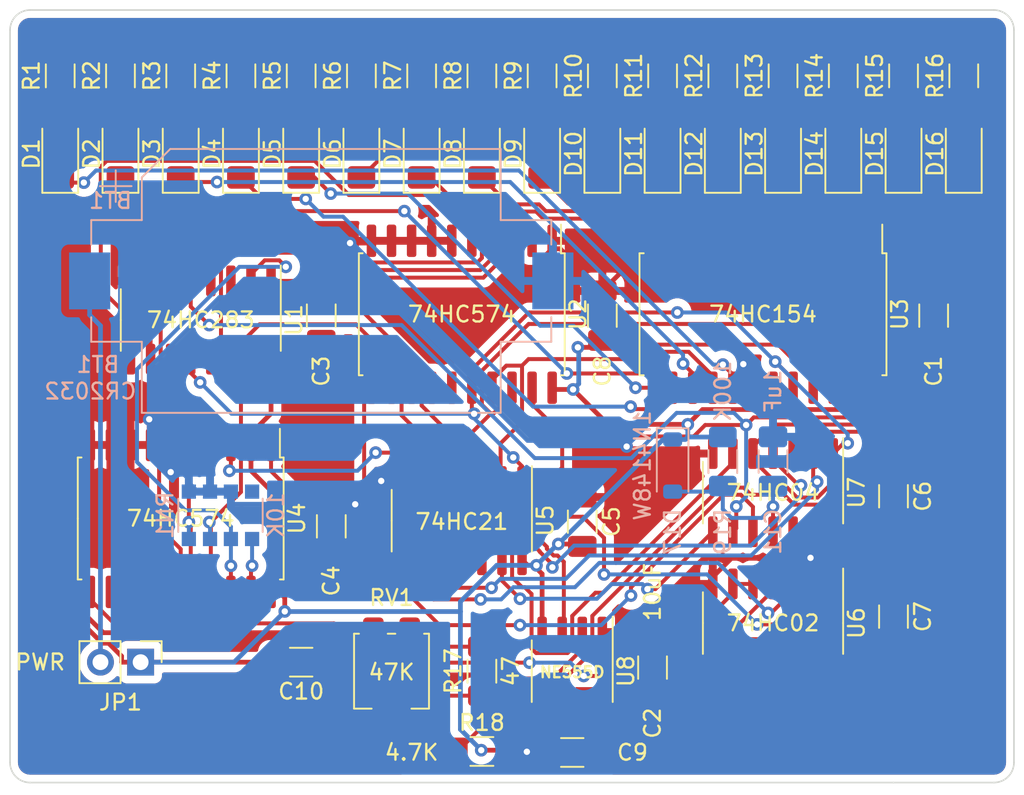
<source format=kicad_pcb>
(kicad_pcb (version 20221018) (generator pcbnew)
  (layers (0 "F.Cu" signal) (31 "B.Cu" signal) (34 "B.Paste" user) (35 "F.Paste" user) (36 "B.SilkS" user "B.Silkscreen") (37 "F.SilkS" user "F.Silkscreen") (38 "B.Mask" user) (39 "F.Mask" user) (44 "Edge.Cuts" user))
  (net 0 "")
  (net 1 "Net-(BT1-+)")
  (net 2 "GND")
  (net 3 "Net-(U8-CV)")
  (net 4 "Net-(U8-THR)")
  (net 5 "+3V3")
  (net 6 "Net-(D1-K)")
  (net 7 "Net-(D1-A)")
  (net 8 "Net-(D2-K)")
  (net 9 "Net-(D2-A)")
  (net 10 "Net-(D3-K)")
  (net 11 "Net-(D3-A)")
  (net 12 "Net-(D4-K)")
  (net 13 "Net-(D4-A)")
  (net 14 "Net-(D5-K)")
  (net 15 "Net-(D5-A)")
  (net 16 "Net-(D6-K)")
  (net 17 "Net-(D6-A)")
  (net 18 "Net-(D7-K)")
  (net 19 "Net-(D7-A)")
  (net 20 "Net-(D8-K)")
  (net 21 "Net-(D8-A)")
  (net 22 "Net-(D9-K)")
  (net 23 "Net-(D9-A)")
  (net 24 "Net-(D10-K)")
  (net 25 "Net-(D10-A)")
  (net 26 "Net-(D11-K)")
  (net 27 "Net-(D11-A)")
  (net 28 "Net-(D12-K)")
  (net 29 "Net-(D12-A)")
  (net 30 "Net-(D13-K)")
  (net 31 "Net-(D13-A)")
  (net 32 "Net-(D14-K)")
  (net 33 "Net-(D14-A)")
  (net 34 "Net-(D15-K)")
  (net 35 "Net-(D15-A)")
  (net 36 "Net-(D16-K)")
  (net 37 "Net-(D16-A)")
  (net 38 "Net-(R17-Pad2)")
  (net 39 "Net-(U8-DIS)")
  (net 41 "Net-(U1-S2)")
  (net 42 "Net-(D17-A)")
  (net 43 "Net-(U1-A2)")
  (net 44 "Net-(U1-S1)")
  (net 45 "Net-(U1-A1)")
  (net 47 "Net-(U1-S4)")
  (net 48 "Net-(U1-A4)")
  (net 49 "Net-(U1-S3)")
  (net 50 "Net-(U1-A3)")
  (net 51 "/CLK")
  (net 56 "Net-(U4-D1)")
  (net 57 "Net-(U4-Cp)")
  (net 62 "Net-(U5-Pad8)")
  (net 63 "Net-(U5-Pad9)")
  (net 64 "Net-(U5-Pad10)")
  (net 65 "Net-(U5-Pad12)")
  (net 66 "Net-(U5-Pad13)")
  (net 67 "Net-(U6-Pad1)")
  (net 68 "Net-(U6-Pad4)")
  (net 69 "Net-(U6-Pad10)")
  (net 70 "+3.3V")
  (net 71 "/RST")
  (net 73 "Net-(RN1-R4.2)")
  (net 74 "Net-(RN1-R3.2)")
  (net 75 "Net-(RN1-R2.2)")
  (net 76 "Net-(RN1-R1.2)")
  (footprint "LED_SMD:LED_1206_3216Metric_Pad1.42x1.75mm_HandSolder" (layer "F.Cu") (at 115.57 48.4775 90)
    (fp_text reference "D10")
    (fp_text value "LED")
  )
  (footprint "LED_SMD:LED_1206_3216Metric_Pad1.42x1.75mm_HandSolder" (layer "F.Cu") (at 92.71 48.4775 90)
    (fp_text reference "D4")
    (fp_text value "LED")
  )
  (footprint "Resistor_SMD:R_1206_3216Metric_Pad1.30x1.75mm_HandSolder" (layer "F.Cu") (at 100.33 43.535 90)
    (fp_text reference "R6")
    (fp_text value "470")
  )
  (footprint "Package_SO:SOIC-20W_7.5x12.8mm_P1.27mm" (layer "F.Cu") (at 106.68 58.625 -90)
    (fp_text reference "U2")
    (fp_text value "74HC574")
  )
  (footprint "Resistor_SMD:R_1206_3216Metric_Pad1.30x1.75mm_HandSolder" (layer "F.Cu") (at 134.62 43.535 90)
    (fp_text reference "R15")
    (fp_text value "470")
  )
  (footprint "LED_SMD:LED_1206_3216Metric_Pad1.42x1.75mm_HandSolder" (layer "F.Cu") (at 81.28 48.4775 90)
    (fp_text reference "D1")
    (fp_text value "LED")
  )
  (footprint "Resistor_SMD:R_1206_3216Metric_Pad1.30x1.75mm_HandSolder" (layer "F.Cu") (at 92.71 43.535 90)
    (fp_text reference "R4")
    (fp_text value "470")
  )
  (footprint "Capacitor_SMD:C_1206_3216Metric_Pad1.33x1.80mm_HandSolder" (layer "F.Cu") (at 118.745 80.9875 -90)
    (fp_text reference "C2")
    (fp_text value "10uF")
  )
  (footprint "Capacitor_SMD:C_1206_3216Metric_Pad1.33x1.80mm_HandSolder" (layer "F.Cu") (at 96.52 80.645 180)
    (fp_text reference "C10")
    (fp_text value "100nF")
  )
  (footprint "Package_SO:SOIC-16_3.9x9.9mm_P1.27mm" (layer "F.Cu") (at 90.17 58.99 -90)
    (fp_text reference "U1")
    (fp_text value "74HC283")
  )
  (footprint "Potentiometer_SMD:Potentiometer_Bourns_3314G_Vertical" (layer "F.Cu") (at 102.235 81.215)
    (fp_text reference "RV1")
    (fp_text value "47K")
  )
  (footprint "LED_SMD:LED_1206_3216Metric_Pad1.42x1.75mm_HandSolder" (layer "F.Cu") (at 127 48.4775 90)
    (fp_text reference "D13")
    (fp_text value "LED")
  )
  (footprint "LED_SMD:LED_1206_3216Metric_Pad1.42x1.75mm_HandSolder" (layer "F.Cu") (at 134.62 48.4775 90)
    (fp_text reference "D15")
    (fp_text value "LED")
  )
  (footprint "LED_SMD:LED_1206_3216Metric_Pad1.42x1.75mm_HandSolder" (layer "F.Cu") (at 119.38 48.4775 90)
    (fp_text reference "D11")
    (fp_text value "LED")
  )
  (footprint "LED_SMD:LED_1206_3216Metric_Pad1.42x1.75mm_HandSolder" (layer "F.Cu") (at 107.95 48.4775 90)
    (fp_text reference "D8")
    (fp_text value "LED")
  )
  (footprint "Package_SO:SOIC-14_3.9x8.7mm_P1.27mm" (layer "F.Cu") (at 106.68 71.69 -90)
    (fp_text reference "U5")
    (fp_text value "74HC21")
  )
  (footprint "Resistor_SMD:R_1206_3216Metric_Pad1.30x1.75mm_HandSolder" (layer "F.Cu") (at 81.28 43.535 90)
    (fp_text reference "R1")
    (fp_text value "470")
  )
  (footprint "Capacitor_SMD:C_1206_3216Metric_Pad1.33x1.80mm_HandSolder" (layer "F.Cu") (at 136.525 58.7125 -90)
    (fp_text reference "C1")
    (fp_text value "100nF")
  )
  (footprint "Package_SO:SOIC-20W_7.5x12.8mm_P1.27mm" (layer "F.Cu") (at 88.9 71.55 -90)
    (fp_text reference "U4")
    (fp_text value "74HC574")
  )
  (footprint "Capacitor_SMD:C_1206_3216Metric_Pad1.33x1.80mm_HandSolder" (layer "F.Cu") (at 113.665 86.36)
    (fp_text reference "C9")
    (fp_text value "100nF")
  )
  (footprint "LED_SMD:LED_1206_3216Metric_Pad1.42x1.75mm_HandSolder" (layer "F.Cu") (at 85.09 48.4775 90)
    (fp_text reference "D2")
    (fp_text value "LED")
  )
  (footprint "Resistor_SMD:R_1206_3216Metric_Pad1.30x1.75mm_HandSolder" (layer "F.Cu") (at 85.09 43.535 90)
    (fp_text reference "R2")
    (fp_text value "470")
  )
  (footprint "Resistor_SMD:R_1206_3216Metric_Pad1.30x1.75mm_HandSolder" (layer "F.Cu") (at 127 43.535 90)
    (fp_text reference "R13")
    (fp_text value "470")
  )
  (footprint "LED_SMD:LED_1206_3216Metric_Pad1.42x1.75mm_HandSolder" (layer "F.Cu") (at 123.19 48.4775 90)
    (fp_text reference "D12")
    (fp_text value "LED")
  )
  (footprint "Resistor_SMD:R_1206_3216Metric_Pad1.30x1.75mm_HandSolder" (layer "F.Cu") (at 107.95 43.535 90)
    (fp_text reference "R8")
    (fp_text value "470")
  )
  (footprint "Resistor_SMD:R_1206_3216Metric_Pad1.30x1.75mm_HandSolder" (layer "F.Cu") (at 111.76 43.535 90)
    (fp_text reference "R9")
    (fp_text value "470")
  )
  (footprint "LED_SMD:LED_1206_3216Metric_Pad1.42x1.75mm_HandSolder" (layer "F.Cu") (at 96.52 48.4775 90)
    (fp_text reference "D5")
    (fp_text value "LED")
  )
  (footprint "LED_SMD:LED_1206_3216Metric_Pad1.42x1.75mm_HandSolder" (layer "F.Cu") (at 111.76 48.4775 90)
    (fp_text reference "D9")
    (fp_text value "LED")
  )
  (footprint "LED_SMD:LED_1206_3216Metric_Pad1.42x1.75mm_HandSolder" (layer "F.Cu") (at 104.14 48.4775 90)
    (fp_text reference "D7")
    (fp_text value "LED")
  )
  (footprint "Resistor_SMD:R_1206_3216Metric_Pad1.30x1.75mm_HandSolder" (layer "F.Cu") (at 119.38 43.535 90)
    (fp_text reference "R11")
    (fp_text value "470")
  )
  (footprint "Resistor_SMD:R_1206_3216Metric_Pad1.30x1.75mm_HandSolder" (layer "F.Cu") (at 138.43 43.535 90)
    (fp_text reference "R16")
    (fp_text value "470")
  )
  (footprint "Capacitor_SMD:C_1206_3216Metric_Pad1.33x1.80mm_HandSolder" (layer "F.Cu") (at 97.79 58.7125 -90)
    (fp_text reference "C3")
    (fp_text value "100nF")
  )
  (footprint "LED_SMD:LED_1206_3216Metric_Pad1.42x1.75mm_HandSolder" (layer "F.Cu") (at 130.81 48.4775 90)
    (fp_text reference "D14")
    (fp_text value "LED")
  )
  (footprint "Resistor_SMD:R_1206_3216Metric_Pad1.30x1.75mm_HandSolder" (layer "F.Cu") (at 115.57 43.535 90)
    (fp_text reference "R10")
    (fp_text value "470")
  )
  (footprint "Resistor_SMD:R_1206_3216Metric_Pad1.30x1.75mm_HandSolder" (layer "F.Cu") (at 123.19 43.535 90)
    (fp_text reference "R12")
    (fp_text value "470")
  )
  (footprint "Resistor_SMD:R_1206_3216Metric_Pad1.30x1.75mm_HandSolder" (layer "F.Cu") (at 88.9 43.535 90)
    (fp_text reference "R3")
    (fp_text value "470")
  )
  (footprint "Resistor_SMD:R_1206_3216Metric_Pad1.30x1.75mm_HandSolder" (layer "F.Cu") (at 96.52 43.535 90)
    (fp_text reference "R5")
    (fp_text value "470")
  )
  (footprint "Package_SO:SOIC-14_3.9x8.7mm_P1.27mm" (layer "F.Cu") (at 126.365 78.17 -90)
    (fp_text reference "U6")
    (fp_text value "74HC02")
  )
  (footprint "LED_SMD:LED_1206_3216Metric_Pad1.42x1.75mm_HandSolder" (layer "F.Cu") (at 100.33 48.4775 90)
    (fp_text reference "D6")
    (fp_text value "LED")
  )
  (footprint "Capacitor_SMD:C_1206_3216Metric_Pad1.33x1.80mm_HandSolder" (layer "F.Cu") (at 115.57 58.7125 -90)
    (fp_text reference "C8")
    (fp_text value "100nF")
  )
  (footprint "Resistor_SMD:R_1206_3216Metric_Pad1.30x1.75mm_HandSolder" (layer "F.Cu") (at 130.81 43.535 90)
    (fp_text reference "R14")
    (fp_text value "470")
  )
  (footprint "Capacitor_SMD:C_1206_3216Metric_Pad1.33x1.80mm_HandSolder" (layer "F.Cu") (at 133.985 70.1425 -90)
    (fp_text reference "C6")
    (fp_text value "100nF")
  )
  (footprint "Capacitor_SMD:C_1206_3216Metric_Pad1.33x1.80mm_HandSolder" (layer "F.Cu") (at 133.985 77.7625 -90)
    (fp_text reference "C7")
    (fp_text value "100nF")
  )
  (footprint "Package_SO:SOIC-24W_7.5x15.4mm_P1.27mm" (layer "F.Cu") (at 125.73 58.625 -90)
    (fp_text reference "U3")
    (fp_text value "74HC154")
  )
  (footprint "LED_SMD:LED_1206_3216Metric_Pad1.42x1.75mm_HandSolder" (layer "F.Cu") (at 138.43 48.4775 90)
    (fp_text reference "D16")
    (fp_text value "LED")
  )
  (footprint "Capacitor_SMD:C_1206_3216Metric_Pad1.33x1.80mm_HandSolder" (layer "F.Cu") (at 98.425 72.0475 -90)
    (fp_text reference "C4")
    (fp_text value "100nF")
  )
  (footprint "Package_SO:SOIC-14_3.9x8.7mm_P1.27mm" (layer "F.Cu") (at 126.365 69.915 -90)
    (fp_text reference "U7")
    (fp_text value "74HC04")
  )
  (footprint "Resistor_SMD:R_1206_3216Metric_Pad1.30x1.75mm_HandSolder" (layer "F.Cu") (at 107.95 81.215 90)
    (fp_text reference "R17")
    (fp_text value "47")
  )
  (footprint "Resistor_SMD:R_1206_3216Metric_Pad1.30x1.75mm_HandSolder" (layer "F.Cu") (at 104.14 43.535 90)
    (fp_text reference "R7")
    (fp_text value "470")
  )
  (footprint "Capacitor_SMD:C_1206_3216Metric_Pad1.33x1.80mm_HandSolder" (layer "F.Cu") (at 114.3 71.755 -90)
    (fp_text reference "C5")
    (fp_text value "100nF")
  )
  (footprint "Resistor_SMD:R_1206_3216Metric_Pad1.30x1.75mm_HandSolder" (layer "F.Cu") (at 107.95 86.295)
    (fp_text reference "R18")
    (fp_text value "4.7K")
  )
  (footprint "LED_SMD:LED_1206_3216Metric_Pad1.42x1.75mm_HandSolder" (layer "F.Cu") (at 88.9 48.4775 90)
    (fp_text reference "D3")
    (fp_text value "LED")
  )
  (footprint "Package_SO:SOIC-8_3.9x4.9mm_P1.27mm" (layer "F.Cu") (at 113.665 81.215 -90)
    (fp_text reference "U8")
    (fp_text value "NE555D")
  )
  (footprint "Connector_PinHeader_2.54mm:PinHeader_1x02_P2.54mm_Vertical" (layer "F.Cu") (at 86.365 80.645 -90)
    (fp_text reference "JP1")
    (fp_text value "PWR")
  )
  (footprint "Battery:BatteryHolder_Keystone_1060_1x2032" (layer "B.Cu") (at 97.79 56.515)
    (fp_text reference "BT1")
    (fp_text value "CR2032")
  )
  (footprint "Resistor_SMD:R_Array_Convex_4x1206" (layer "B.Cu") (at 91.415 71.35 -90)
    (fp_text reference "RN1")
    (fp_text value "10K")
  )
  (footprint "Diode_SMD:D_SOD-123" (layer "B.Cu") (at 120.015 68.2 -90)
    (fp_text reference "D17")
    (fp_text value "1N4148W")
  )
  (footprint "Capacitor_SMD:C_1206_3216Metric_Pad1.33x1.80mm_HandSolder" (layer "B.Cu") (at 126.365 67.945 90)
    (fp_text reference "C11")
    (fp_text value "1uF")
  )
  (footprint "Resistor_SMD:R_1206_3216Metric_Pad1.30x1.75mm_HandSolder" (layer "B.Cu") (at 123.19 67.945 90)
    (fp_text reference "R19")
    (fp_text value "100K")
  )
  (gr_line (start 78.105 40.64) (end 78.105 86.995) (stroke (width 0.1)) (layer "Edge.Cuts"))
  (gr_arc (start 78.105 40.64) (mid 78.476974 39.741974) (end 79.375 39.37) (stroke (width 0.1)) (layer "Edge.Cuts"))
  (gr_arc (start 79.375 88.265) (mid 78.476974 87.893026) (end 78.105 86.995) (stroke (width 0.1)) (layer "Edge.Cuts"))
  (gr_line (start 140.335 88.265) (end 133.985 88.265) (stroke (width 0.1)) (layer "Edge.Cuts"))
  (gr_arc (start 141.605 86.995) (mid 141.233026 87.893026) (end 140.335 88.265) (stroke (width 0.1)) (layer "Edge.Cuts"))
  (gr_line (start 141.605 40.64) (end 141.605 86.995) (stroke (width 0.1)) (layer "Edge.Cuts"))
  (gr_line (start 140.335 39.37) (end 79.375 39.37) (stroke (width 0.1)) (layer "Edge.Cuts"))
  (gr_arc (start 140.335 39.37) (mid 141.233026 39.741974) (end 141.605 40.64) (stroke (width 0.1)) (layer "Edge.Cuts"))
  (gr_line (start 79.375 88.265) (end 133.985 88.265) (stroke (width 0.1)) (layer "Edge.Cuts"))
  (segment (start 83.14 58.6669) (end 83.825 59.3519) (width 0.3) (layer "B.Cu") (net 1))
  (segment (start 83.14 56.515) (end 83.14 58.6669) (width 0.3) (layer "B.Cu") (net 1))
  (segment (start 83.825 59.3519) (end 83.825 80.645) (width 0.3) (layer "B.Cu") (net 1))
  (segment (start 104.775 53.975) (end 106.045 53.975) (width 0.3) (layer "F.Cu") (net 2))
  (segment (start 82.5265 67.5585) (end 82.5265 77.3035) (width 0.3) (layer "F.Cu") (net 2))
  (segment (start 100.965 53.975) (end 102.235 53.975) (width 0.3) (layer "F.Cu") (net 2))
  (segment (start 128.905 72.39) (end 128.905 71.9743) (width 0.3) (layer "F.Cu") (net 2))
  (segment (start 88.265 68.6138) (end 88.267 68.6158) (width 0.3) (layer "F.Cu") (net 2))
  (segment (start 112.395 54.4815) (end 112.395 53.975) (width 0.3) (layer "F.Cu") (net 2))
  (segment (start 100.823 54.117) (end 100.965 53.975) (width 0.3) (layer "F.Cu") (net 2))
  (segment (start 98.425 70.485) (end 99.7702 70.485) (width 0.3) (layer "F.Cu") (net 2))
  (segment (start 120.9787 57.15) (end 118.745 54.9163) (width 0.3) (layer "F.Cu") (net 2))
  (segment (start 118.06 78.74) (end 118.745 79.425) (width 0.3) (layer "F.Cu") (net 2))
  (segment (start 123.7632 74.0425) (end 128.7363 74.0425) (width 0.3) (layer "F.Cu") (net 2))
  (segment (start 112.9015 54.4815) (end 112.395 54.4815) (width 0.3) (layer "F.Cu") (net 2))
  (segment (start 101.5822 69.1751) (end 102.8301 69.1751) (width 0.3) (layer "F.Cu") (net 2))
  (segment (start 125.095 63.275) (end 125.095 62.3898) (width 0.3) (layer "F.Cu") (net 2))
  (segment (start 122.555 75.695) (end 122.555 75.2507) (width 0.3) (layer "F.Cu") (net 2))
  (segment (start 109.7265 57.15) (end 112.395 54.4815) (width 0.3) (layer "F.Cu") (net 2))
  (segment (start 137.7894 64.7756) (end 137.7894 58.4144) (width 0.3) (layer "F.Cu") (net 2))
  (segment (start 103.505 53.975) (end 102.235 53.975) (width 0.3) (layer "F.Cu") (net 2))
  (segment (start 118.745 54.9163) (end 117.8037 54.9163) (width 0.3) (layer "F.Cu") (net 2))
  (segment (start 96.217 78.7795) (end 98.0825 80.645) (width 0.3) (layer "F.Cu") (net 2))
  (segment (start 103.505 53.975) (end 104.775 53.975) (width 0.3) (layer "F.Cu") (net 2))
  (segment (start 115.57 78.74) (end 118.06 78.74) (width 0.3) (layer "F.Cu") (net 2))
  (segment (start 122.475 75.695) (end 118.745 79.425) (width 0.3) (layer "F.Cu") (net 2))
  (segment (start 128.905 71.9743) (end 132.2993 68.58) (width 0.3) (layer "F.Cu") (net 2))
  (segment (start 99.2522 53.7586) (end 89.3158 53.7586) (width 0.3) (layer "F.Cu") (net 2))
  (segment (start 126.365 63.275) (end 125.095 63.275) (width 0.3) (layer "F.Cu") (net 2))
  (segment (start 83.185 66.9) (end 82.5265 67.5585) (width 0.3) (layer "F.Cu") (net 2))
  (segment (start 85.725 56.515) (end 86.995 56.515) (width 0.3) (layer "F.Cu") (net 2))
  (segment (start 125.095 62.3898) (end 124.4853 61.7801) (width 0.3) (layer "F.Cu") (net 2))
  (segment (start 118.745 54.9163) (end 118.745 53.975) (width 0.3) (layer "F.Cu") (net 2))
  (segment (start 122.555 67.44) (end 117.1068 67.44) (width 0.3) (layer "F.Cu") (net 2))
  (segment (start 85.725 66.9) (end 86.9072 66.9) (width 0.3) (layer "F.Cu") (net 2))
  (segment (start 86.9072 66.9) (end 86.995 66.9) (width 0.3) (layer "F.Cu") (net 2))
  (segment (start 102.8301 69.1751) (end 102.87 69.215) (width 0.3) (layer "F.Cu") (net 2))
  (segment (start 89.3158 53.7586) (end 86.995 56.0794) (width 0.3) (layer "F.Cu") (net 2))
  (segment (start 88.265 66.9) (end 88.265 68.6138) (width 0.3) (layer "F.Cu") (net 2))
  (segment (start 128.8993 73.8795) (end 128.905 73.8795) (width 0.3) (layer "F.Cu") (net 2))
  (segment (start 83.185 66.9) (end 84.455 66.9) (width 0.3) (layer "F.Cu") (net 2))
  (segment (start 131.6645 73.8795) (end 133.985 76.2) (width 0.3) (layer "F.Cu") (net 2))
  (segment (start 86.995 56.0794) (end 86.995 56.515) (width 0.3) (layer "F.Cu") (net 2))
  (segment (start 122.555 75.2507) (end 123.7632 74.0425) (width 0.3) (layer "F.Cu") (net 2))
  (segment (start 115.57 57.15) (end 112.9015 54.4815) (width 0.3) (layer "F.Cu") (net 2))
  (segment (start 117.1068 67.44) (end 117.0525 67.44) (width 0.3) (layer "F.Cu") (net 2))
  (segment (start 99.6106 54.117) (end 100.823 54.117) (width 0.3) (layer "F.Cu") (net 2))
  (segment (start 99.7702 70.485) (end 99.9371 70.6519) (width 0.3) (layer "F.Cu") (net 2))
  (segment (start 128.905 73.8795) (end 131.6645 73.8795) (width 0.3) (layer "F.Cu") (net 2))
  (segment (start 137.7894 58.4144) (end 136.525 57.15) (width 0.3) (layer "F.Cu") (net 2))
  (segment (start 128.905 73.8795) (end 128.905 72.39) (width 0.3) (layer "F.Cu") (net 2))
  (segment (start 84.0025 78.7795) (end 96.217 78.7795) (width 0.3) (layer "F.Cu") (net 2))
  (segment (start 117.8037 54.9163) (end 115.57 57.15) (width 0.3) (layer "F.Cu") (net 2))
  (segment (start 136.525 57.15) (end 120.9787 57.15) (width 0.3) (layer "F.Cu") (net 2))
  (segment (start 112.0585 86.316) (end 112.1025 86.36) (width 0.3) (layer "F.Cu") (net 2))
  (segment (start 84.455 66.9) (end 85.725 66.9) (width 0.3) (layer "F.Cu") (net 2))
  (segment (start 128.7363 74.0425) (end 128.8993 73.8795) (width 0.3) (layer "F.Cu") (net 2))
  (segment (start 117.1068 66.9996) (end 117.1068 67.44) (width 0.3) (layer "F.Cu") (net 2))
  (segment (start 99.6106 54.117) (end 99.2522 53.7586) (width 0.3) (layer "F.Cu") (net 2))
  (segment (start 133.985 68.58) (end 137.7894 64.7756) (width 0.3) (layer "F.Cu") (net 2))
  (segment (start 110.795 86.316) (end 112.0585 86.316) (width 0.3) (layer "F.Cu") (net 2))
  (segment (start 132.2993 68.58) (end 133.985 68.58) (width 0.3) (layer "F.Cu") (net 2))
  (segment (start 117.0525 67.44) (end 114.3 70.1925) (width 0.3) (layer "F.Cu") (net 2))
  (segment (start 99.6106 54.117) (end 99.6106 54.1186) (width 0.3) (layer "F.Cu") (net 2))
  (segment (start 86.9072 66.9) (end 86.9072 65.2721) (width 0.3) (layer "F.Cu") (net 2))
  (segment (start 82.5265 77.3035) (end 84.0025 78.7795) (width 0.3) (layer "F.Cu") (net 2))
  (segment (start 97.79 57.15) (end 109.7265 57.15) (width 0.3) (layer "F.Cu") (net 2))
  (segment (start 122.555 75.695) (end 122.475 75.695) (width 0.3) (layer "F.Cu") (net 2))
  (via (at 110.795 86.316) (size 0.8) (drill 0.4) (layers "F.Cu" "B.Cu") (net 2))
  (via (at 101.5822 69.1751) (size 0.8) (drill 0.4) (layers "F.Cu" "B.Cu") (net 2))
  (via (at 117.1068 66.9996) (size 0.8) (drill 0.4) (layers "F.Cu" "B.Cu") (net 2))
  (via (at 86.9072 65.2721) (size 0.8) (drill 0.4) (layers "F.Cu" "B.Cu") (net 2))
  (via (at 128.7363 74.0425) (size 0.8) (drill 0.4) (layers "F.Cu" "B.Cu") (net 2))
  (via (at 99.9371 70.6519) (size 0.8) (drill 0.4) (layers "F.Cu" "B.Cu") (net 2))
  (via (at 88.267 68.6158) (size 0.8) (drill 0.4) (layers "F.Cu" "B.Cu") (net 2))
  (via (at 99.6106 54.1186) (size 0.8) (drill 0.4) (layers "F.Cu" "B.Cu") (net 2))
  (via (at 124.4853 61.7801) (size 0.8) (drill 0.4) (layers "F.Cu" "B.Cu") (net 2))
  (segment (start 86.9173 65.2709) (end 86.9173 62.0066) (width 0.3) (layer "B.Cu") (net 2))
  (segment (start 92.075 69.85) (end 92.075 70.6519) (width 0.3) (layer "B.Cu") (net 2))
  (segment (start 118.587 65.1304) (end 117.1068 66.6106) (width 0.3) (layer "B.Cu") (net 2))
  (segment (start 88.267 68.6158) (end 88.9827 68.6158) (width 0.3) (layer "B.Cu") (net 2))
  (segment (start 128.7363 74.0425) (end 128.7363 75.9573) (width 0.3) (layer "B.Cu") (net 2))
  (segment (start 90.801 69.85) (end 91.5569 69.85) (width 0.3) (layer "B.Cu") (net 2))
  (segment (start 89.5224 69.4193) (end 89.9531 69.85) (width 0.3) (layer "B.Cu") (net 2))
  (segment (start 118.587 61.0101) (end 118.587 63.0252) (width 0.3) (layer "B.Cu") (net 2))
  (segment (start 88.267 66.6206) (end 88.267 68.6158) (width 0.3) (layer "B.Cu") (net 2))
  (segment (start 88.9827 68.6158) (end 89.415 69.0481) (width 0.3) (layer "B.Cu") (net 2))
  (segment (start 90.755 69.85) (end 89.9531 69.85) (width 0.3) (layer "B.Cu") (net 2))
  (segment (start 124.4853 63.0252) (end 124.4853 61.7801) (width 0.3) (layer "B.Cu") (net 2))
  (segment (start 112.44 56.515) (end 114.0919 56.515) (width 0.3) (layer "B.Cu") (net 2))
  (segment (start 117.1068 66.6106) (end 110.8475 66.6106) (width 0.3) (layer "B.Cu") (net 2))
  (segment (start 92.075 69.85) (end 91.5569 69.85) (width 0.3) (layer "B.Cu") (net 2))
  (segment (start 124.4853 63.0252) (end 118.587 63.0252) (width 0.3) (layer "B.Cu") (net 2))
  (segment (start 86.9173 62.0066) (end 91.362 57.5619) (width 0.3) (layer "B.Cu") (net 2))
  (segment (start 118.3776 86.316) (end 110.795 86.316) (width 0.3) (layer "B.Cu") (net 2))
  (segment (start 89.415 69.85) (end 89.415 69.4193) (width 0.3) (layer "B.Cu") (net 2))
  (segment (start 128.7363 75.9573) (end 118.3776 86.316) (width 0.3) (layer "B.Cu") (net 2))
  (segment (start 99.9371 70.6519) (end 100.1054 70.6519) (width 0.3) (layer "B.Cu") (net 2))
  (segment (start 126.365 66.3825) (end 126.365 64.9049) (width 0.3) (layer "B.Cu") (net 2))
  (segment (start 89.415 69.4193) (end 89.415 69.0481) (width 0.3) (layer "B.Cu") (net 2))
  (segment (start 101.7988 57.5619) (end 99.6106 57.5619) (width 0.3) (layer "B.Cu") (net 2))
  (segment (start 129.9265 72.8523) (end 128.7363 74.0425) (width 0.3) (layer "B.Cu") (net 2))
  (segment (start 114.0919 56.515) (end 118.587 61.0101) (width 0.3) (layer "B.Cu") (net 2))
  (segment (start 126.365 66.3825) (end 127.4409 66.3825) (width 0.3) (layer "B.Cu") (net 2))
  (segment (start 90.801 69.85) (end 90.755 69.85) (width 0.3) (layer "B.Cu") (net 2))
  (segment (start 86.9084 65.2709) (end 86.9072 65.2721) (width 0.3) (layer "B.Cu") (net 2))
  (segment (start 127.4409 66.3825) (end 129.9265 68.8681) (width 0.3) (layer "B.Cu") (net 2))
  (segment (start 100.1054 70.6519) (end 101.5822 69.1751) (width 0.3) (layer "B.Cu") (net 2))
  (segment (start 99.6106 57.5619) (end 99.6106 54.1186) (width 0.3) (layer "B.Cu") (net 2))
  (segment (start 110.8475 66.6106) (end 101.7988 57.5619) (width 0.3) (layer "B.Cu") (net 2))
  (segment (start 126.365 64.9049) (end 124.4853 63.0252) (width 0.3) (layer "B.Cu") (net 2))
  (segment (start 89.415 69.4193) (end 89.5224 69.4193) (width 0.3) (layer "B.Cu") (net 2))
  (segment (start 86.9173 65.2709) (end 86.9084 65.2709) (width 0.3) (layer "B.Cu") (net 2))
  (segment (start 118.587 63.0252) (end 118.587 65.1304) (width 0.3) (layer "B.Cu") (net 2))
  (segment (start 117.1068 66.9996) (end 117.1068 66.6106) (width 0.3) (layer "B.Cu") (net 2))
  (segment (start 91.362 57.5619) (end 99.6106 57.5619) (width 0.3) (layer "B.Cu") (net 2))
  (segment (start 86.9173 65.2709) (end 88.267 66.6206) (width 0.3) (layer "B.Cu") (net 2))
  (segment (start 92.075 70.6519) (end 99.9371 70.6519) (width 0.3) (layer "B.Cu") (net 2))
  (segment (start 129.9265 68.8681) (end 129.9265 72.8523) (width 0.3) (layer "B.Cu") (net 2))
  (segment (start 132.4114 67.9675) (end 132.0812 67.9675) (width 0.25) (layer "F.Cu") (net 3))
  (segment (start 124.5162 69.5967) (end 123.0547 69.5967) (width 0.25) (layer "F.Cu") (net 3))
  (segment (start 123.0547 69.5967) (end 114.935 77.7164) (width 0.25) (layer "F.Cu") (net 3))
  (segment (start 136.525 60.275) (end 136.525 63.8539) (width 0.25) (layer "F.Cu") (net 3))
  (segment (start 114.935 77.7164) (end 114.935 79.9436) (width 0.25) (layer "F.Cu") (net 3))
  (segment (start 127.6935 70.6735) (end 127.0686 70.0486) (width 0.25) (layer "F.Cu") (net 3))
  (segment (start 111.76 83.1186) (end 111.76 83.69) (width 0.25) (layer "F.Cu") (net 3))
  (segment (start 127.0686 70.0486) (end 124.9681 70.0486) (width 0.25) (layer "F.Cu") (net 3))
  (segment (start 132.0812 67.9675) (end 129.3752 70.6735) (width 0.25) (layer "F.Cu") (net 3))
  (segment (start 124.9681 70.0486) (end 124.5162 69.5967) (width 0.25) (layer "F.Cu") (net 3))
  (segment (start 136.525 63.8539) (end 132.4114 67.9675) (width 0.25) (layer "F.Cu") (net 3))
  (segment (start 129.3752 70.6735) (end 127.6935 70.6735) (width 0.25) (layer "F.Cu") (net 3))
  (segment (start 114.935 79.9436) (end 111.76 83.1186) (width 0.25) (layer "F.Cu") (net 3))
  (segment (start 113.9487 82.3494) (end 114.935 82.3494) (width 0.25) (layer "F.Cu") (net 4))
  (segment (start 103.8946 87.6304) (end 112.7664 87.6304) (width 0.25) (layer "F.Cu") (net 4))
  (segment (start 113.03 83.69) (end 113.03 83.2681) (width 0.25) (layer "F.Cu") (net 4))
  (segment (start 114.935 84.775) (end 114.935 82.3494) (width 0.25) (layer "F.Cu") (net 4))
  (segment (start 114.935 82.3494) (end 118.5444 82.3494) (width 0.25) (layer "F.Cu") (net 4))
  (segment (start 114.1052 86.2916) (end 114.1052 85.4955) (width 0.25) (layer "F.Cu") (net 4))
  (segment (start 109.0396 81.6754) (end 112.441 81.6754) (width 0.25) (layer "F.Cu") (net 4))
  (segment (start 114.3 79.8164) (end 114.3 78.74) (width 0.25) (layer "F.Cu") (net 4))
  (segment (start 114.6082 84.9925) (end 114.7175 84.9925) (width 0.25) (layer "F.Cu") (net 4))
  (segment (start 112.441 81.6754) (end 114.3 79.8164) (width 0.25) (layer "F.Cu") (net 4))
  (segment (start 100.8881 83.3225) (end 100.8881 84.6239) (width 0.25) (layer "F.Cu") (net 4))
  (segment (start 114.1052 85.4955) (end 114.6082 84.9925) (width 0.25) (layer "F.Cu") (net 4))
  (segment (start 107.95 82.765) (end 109.0396 81.6754) (width 0.25) (layer "F.Cu") (net 4))
  (segment (start 112.7664 87.6304) (end 114.1052 86.2916) (width 0.25) (layer "F.Cu") (net 4))
  (segment (start 101.4456 82.765) (end 100.8881 83.3225) (width 0.25) (layer "F.Cu") (net 4))
  (segment (start 107.95 82.765) (end 101.4456 82.765) (width 0.25) (layer "F.Cu") (net 4))
  (segment (start 113.03 83.2681) (end 113.9487 82.3494) (width 0.25) (layer "F.Cu") (net 4))
  (segment (start 114.7175 84.9925) (end 114.935 84.775) (width 0.25) (layer "F.Cu") (net 4))
  (segment (start 118.5444 82.3494) (end 118.745 82.55) (width 0.25) (layer "F.Cu") (net 4))
  (segment (start 100.8881 84.6239) (end 103.8946 87.6304) (width 0.25) (layer "F.Cu") (net 4))
  (segment (start 95.1195 76.2) (end 94.615 76.2) (width 0.3) (layer "F.Cu") (net 5))
  (segment (start 115.1261 60.7189) (end 114.0201 60.7189) (width 0.3) (layer "F.Cu") (net 5))
  (segment (start 119.38 41.985) (end 115.57 41.985) (width 0.3) (layer "F.Cu") (net 5))
  (segment (start 127.5538 83.69) (end 115.57 83.69) (width 0.3) (layer "F.Cu") (net 5))
  (segment (start 130.175 81.0688) (end 127.5538 83.69) (width 0.3) (layer "F.Cu") (net 5))
  (segment (start 132.665 80.645) (end 133.985 79.325) (width 0.3) (layer "F.Cu") (net 5))
  (segment (start 134.62 41.985) (end 130.81 41.985) (width 0.3) (layer "F.Cu") (net 5))
  (segment (start 111.4012 74.5161) (end 111.4012 74.7013) (width 0.3) (layer "F.Cu") (net 5))
  (segment (start 93.345 66.175) (end 94.615 64.905) (width 0.3) (layer "F.Cu") (net 5))
  (segment (start 96.6 61.465) (end 97.79 60.275) (width 0.3) (layer "F.Cu") (net 5))
  (segment (start 83.9321 79.4431) (end 84.3369 79.4431) (width 0.3) (layer "F.Cu") (net 5))
  (segment (start 110.49 74.165) (end 110.8411 74.5161) (width 0.3) (layer "F.Cu") (net 5))
  (segment (start 133.3 72.39) (end 133.985 71.705) (width 0.3) (layer "F.Cu") (net 5))
  (segment (start 133.985 79.325) (end 135.243 78.067) (width 0.3) (layer "F.Cu") (net 5))
  (segment (start 130.175 80.645) (end 132.665 80.645) (width 0.3) (layer "F.Cu") (net 5))
  (segment (start 109.422 86.217) (end 109.5 86.295) (width 0.3) (layer "F.Cu") (net 5))
  (segment (start 86.365 80.645) (end 85.1631 80.645) (width 0.3) (layer "F.Cu") (net 5))
  (segment (start 133.985 71.705) (end 139.6802 66.0098) (width 0.3) (layer "F.Cu") (net 5))
  (segment (start 85.09 41.985) (end 88.9 41.985) (width 0.3) (layer "F.Cu") (net 5))
  (segment (start 94.615 61.465) (end 96.6 61.465) (width 0.3) (layer "F.Cu") (net 5))
  (segment (start 85.09 41.985) (end 81.28 41.985) (width 0.3) (layer "F.Cu") (net 5))
  (segment (start 84.3369 79.4431) (end 85.1631 80.2693) (width 0.3) (layer "F.Cu") (net 5))
  (segment (start 86.365 80.645) (end 94.9575 80.645) (width 0.3) (layer "F.Cu") (net 5))
  (segment (start 138.43 41.985) (end 134.62 41.985) (width 0.3) (layer "F.Cu") (net 5))
  (segment (start 85.1631 80.2693) (end 85.1631 80.645) (width 0.3) (layer "F.Cu") (net 5))
  (segment (start 112.395 63.275) (end 112.504 63.384) (width 0.3) (layer "F.Cu") (net 5))
  (segment (start 132.715 63.832) (end 131.892 64.655) (width 0.3) (layer "F.Cu") (net 5))
  (segment (start 112.504 63.384) (end 113.7182 63.384) (width 0.3) (layer "F.Cu") (net 5))
  (segment (start 115.57 60.275) (end 115.1261 60.7189) (width 0.3) (layer "F.Cu") (net 5))
  (segment (start 107.95 41.985) (end 104.14 41.985) (width 0.3) (layer "F.Cu") (net 5))
  (segment (start 111.76 75.0601) (end 111.76 78.74) (width 0.3) (layer "F.Cu") (net 5))
  (segment (start 139.6802 43.2352) (end 138.43 41.985) (width 0.3) (layer "F.Cu") (net 5))
  (segment (start 98.0673 73.2522) (end 95.1195 76.2) (width 0.3) (layer "F.Cu") (net 5))
  (segment (start 96.52 41.985) (end 92.71 41.985) (width 0.3) (layer "F.Cu") (net 5))
  (segment (start 130.175 72.39) (end 133.3 72.39) (width 0.3) (layer "F.Cu") (net 5))
  (segment (start 121.9129 64.655) (end 120.9735 65.5944) (width 0.3) (layer "F.Cu") (net 5))
  (segment (start 98.0673 73.2522) (end 98.425 73.61) (width 0.3) (layer "F.Cu") (net 5))
  (segment (start 114.1497 73.1672) (end 114.3 73.3175) (width 0.3) (layer "F.Cu") (net 5))
  (segment (start 111.76 41.985) (end 107.95 41.985) (width 0.3) (layer "F.Cu") (net 5))
  (segment (start 131.892 64.655) (end 121.9129 64.655) (width 0.3) (layer "F.Cu") (net 5))
  (segment (start 111.4012 74.7013) (end 111.76 75.0601) (width 0.3) (layer "F.Cu") (net 5))
  (segment (start 94.615 64.905) (end 94.615 61.465) (width 0.3) (layer "F.Cu") (net 5))
  (segment (start 93.345 66.9) (end 93.345 66.175) (width 0.3) (layer "F.Cu") (net 5))
  (segment (start 100.33 41.985) (end 96.52 41.985) (width 0.3) (layer "F.Cu") (net 5))
  (segment (start 115.9286 65.5944) (end 113.7182 63.384) (width 0.3) (layer "F.Cu") (net 5))
  (segment (start 81.28 41.985) (end 80.0284 43.2366) (width 0.3) (layer "F.Cu") (net 5))
  (segment (start 115.57 41.985) (end 111.76 41.985) (width 0.3) (layer "F.Cu") (net 5))
  (segment (start 93.345 68.53) (end 93.345 66.9) (width 0.3) (layer "F.Cu") (net 5))
  (segment (start 110.8411 74.5161) (end 111.4012 74.5161) (width 0.3) (layer "F.Cu") (net 5))
  (segment (start 135.243 74.333) (end 133.3 72.39) (width 0.3) (layer "F.Cu") (net 5))
  (segment (start 98.0673 73.2522) (end 93.345 68.53) (width 0.3) (layer "F.Cu") (net 5))
  (segment (start 80.0284 75.5394) (end 83.9321 79.4431) (width 0.3) (layer "F.Cu") (net 5))
  (segment (start 135.243 78.067) (end 135.243 74.333) (width 0.3) (layer "F.Cu") (net 5))
  (segment (start 88.9 41.985) (end 92.71 41.985) (width 0.3) (layer "F.Cu") (net 5))
  (segment (start 95.4818 76.5623) (end 95.4818 77.4322) (width 0.3) (layer "F.Cu") (net 5))
  (segment (start 130.175 80.645) (end 130.175 81.0688) (width 0.3) (layer "F.Cu") (net 5))
  (segment (start 139.6802 66.0098) (end 139.6802 43.2352) (width 0.3) (layer "F.Cu") (net 5))
  (segment (start 80.0284 43.2366) (end 80.0284 75.5394) (width 0.3) (layer "F.Cu") (net 5))
  (segment (start 95.1195 76.2) (end 95.4818 76.5623) (width 0.3) (layer "F.Cu") (net 5))
  (segment (start 115.57 86.0175) (end 115.2275 86.36) (width 0.3) (layer "F.Cu") (net 5))
  (segment (start 120.9735 65.5944) (end 115.9286 65.5944) (width 0.3) (layer "F.Cu") (net 5))
  (segment (start 127 41.985) (end 123.19 41.985) (width 0.3) (layer "F.Cu") (net 5))
  (segment (start 123.19 41.985) (end 119.38 41.985) (width 0.3) (layer "F.Cu") (net 5))
  (segment (start 107.909 86.217) (end 109.422 86.217) (width 0.3) (layer "F.Cu") (net 5))
  (segment (start 112.7863 73.1672) (end 114.1497 73.1672) (width 0.3) (layer "F.Cu") (net 5))
  (segment (start 132.715 63.275) (end 132.715 63.832) (width 0.3) (layer "F.Cu") (net 5))
  (segment (start 115.57 83.69) (end 115.57 86.0175) (width 0.3) (layer "F.Cu") (net 5))
  (segment (start 130.81 41.985) (end 127 41.985) (width 0.3) (layer "F.Cu") (net 5))
  (segment (start 104.14 41.985) (end 100.33 41.985) (width 0.3) (layer "F.Cu") (net 5))
  (via (at 114.0201 60.7189) (size 0.8) (drill 0.4) (layers "F.Cu" "B.Cu") (net 5))
  (via (at 111.4012 74.5161) (size 0.8) (drill 0.4) (layers "F.Cu" "B.Cu") (net 5))
  (via (at 112.7863 73.1672) (size 0.8) (drill 0.4) (layers "F.Cu" "B.Cu") (net 5))
  (via (at 95.4818 77.4322) (size 0.8) (drill 0.4) (layers "F.Cu" "B.Cu") (net 5))
  (via (at 113.7182 63.384) (size 0.8) (drill 0.4) (layers "F.Cu" "B.Cu") (net 5))
  (via (at 107.909 86.217) (size 0.8) (drill 0.4) (layers "F.Cu" "B.Cu") (net 5))
  (via (at 120.9735 65.5944) (size 0.8) (drill 0.4) (layers "F.Cu" "B.Cu") (net 5))
  (segment (start 106.5919 84.8999) (end 107.909 86.217) (width 0.3) (layer "B.Cu") (net 5))
  (segment (start 114.0757 63.0265) (end 114.0757 60.7745) (width 0.3) (layer "B.Cu") (net 5))
  (segment (start 95.4818 77.4402) (end 95.4818 77.4322) (width 0.3) (layer "B.Cu") (net 5))
  (segment (start 114.0757 60.7745) (end 114.0201 60.7189) (width 0.3) (layer "B.Cu") (net 5))
  (segment (start 87.5669 80.645) (end 92.277 80.645) (width 0.3) (layer "B.Cu") (net 5))
  (segment (start 106.5919 77.4402) (end 106.5919 84.8999) (width 0.3) (layer "B.Cu") (net 5))
  (segment (start 112.7501 73.1672) (end 112.7863 73.1672) (width 0.3) (layer "B.Cu") (net 5))
  (segment (start 112.7863 73.1672) (end 119.4035 66.55) (width 0.3) (layer "B.Cu") (net 5))
  (segment (start 120.9735 66.395) (end 120.8185 66.55) (width 0.3) (layer "B.Cu") (net 5))
  (segment (start 119.4035 66.55) (end 120.015 66.55) (width 0.3) (layer "B.Cu") (net 5))
  (segment (start 92.277 80.645) (end 95.4818 77.4402) (width 0.3) (layer "B.Cu") (net 5))
  (segment (start 95.4818 77.4402) (end 106.5919 77.4402) (width 0.3) (layer "B.Cu") (net 5))
  (segment (start 113.7182 63.384) (end 114.0757 63.0265) (width 0.3) (layer "B.Cu") (net 5))
  (segment (start 108.89 74.5161) (end 106.5919 76.8142) (width 0.3) (layer "B.Cu") (net 5))
  (segment (start 120.9735 66.395) (end 123.19 66.395) (width 0.3) (layer "B.Cu") (net 5))
  (segment (start 111.4012 74.5161) (end 108.89 74.5161) (width 0.3) (layer "B.Cu") (net 5))
  (segment (start 120.9735 66.395) (end 120.9735 65.5944) (width 0.3) (layer "B.Cu") (net 5))
  (segment (start 86.365 80.645) (end 87.5669 80.645) (width 0.3) (layer "B.Cu") (net 5))
  (segment (start 106.5919 76.8142) (end 106.5919 77.4402) (width 0.3) (layer "B.Cu") (net 5))
  (segment (start 120.8185 66.55) (end 120.015 66.55) (width 0.3) (layer "B.Cu") (net 5))
  (segment (start 111.4012 74.5161) (end 112.7501 73.1672) (width 0.3) (layer "B.Cu") (net 5))
  (segment (start 81.6089 50.2939) (end 81.28 49.965) (width 0.25) (layer "F.Cu") (net 6))
  (segment (start 123.825 63.275) (end 123.825 62.4431) (width 0.25) (layer "F.Cu") (net 6))
  (segment (start 82.7727 50.2939) (end 81.6089 50.2939) (width 0.25) (layer "F.Cu") (net 6))
  (segment (start 123.825 62.4431) (end 123.193 61.8111) (width 0.25) (layer "F.Cu") (net 6))
  (via (at 123.193 61.8111) (size 0.8) (drill 0.4) (layers "F.Cu" "B.Cu") (net 6))
  (via (at 82.7727 50.2939) (size 0.8) (drill 0.4) (layers "F.Cu" "B.Cu") (net 6))
  (segment (start 110.2976 49.5262) (end 122.5825 61.8111) (width 0.25) (layer "B.Cu") (net 6))
  (segment (start 82.7727 50.2939) (end 83.5404 49.5262) (width 0.25) (layer "B.Cu") (net 6))
  (segment (start 83.5404 49.5262) (end 110.2976 49.5262) (width 0.25) (layer "B.Cu") (net 6))
  (segment (start 122.5825 61.8111) (end 123.193 61.8111) (width 0.25) (layer "B.Cu") (net 6))
  (segment (start 81.28 45.085) (end 81.28 46.99) (width 0.25) (layer "F.Cu") (net 7))
  (segment (start 122.555 62.5309) (end 122.555 63.275) (width 0.25) (layer "F.Cu") (net 8))
  (segment (start 119.2731 60.9995) (end 121.0236 60.9995) (width 0.25) (layer "F.Cu") (net 8))
  (segment (start 85.09 49.965) (end 87.2208 52.0958) (width 0.25) (layer "F.Cu") (net 8))
  (segment (start 87.2208 52.0958) (end 103.0461 52.0958) (width 0.25) (layer "F.Cu") (net 8))
  (segment (start 117.8992 62.3734) (end 119.2731 60.9995) (width 0.25) (layer "F.Cu") (net 8))
  (segment (start 113.3237 62.3734) (end 117.8992 62.3734) (width 0.25) (layer "F.Cu") (net 8))
  (segment (start 121.0236 60.9995) (end 122.555 62.5309) (width 0.25) (layer "F.Cu") (net 8))
  (via (at 113.3237 62.3734) (size 0.8) (drill 0.4) (layers "F.Cu" "B.Cu") (net 8))
  (via (at 103.0461 52.0958) (size 0.8) (drill 0.4) (layers "F.Cu" "B.Cu") (net 8))
  (segment (start 113.3237 62.3734) (end 103.0461 52.0958) (width 0.25) (layer "B.Cu") (net 8))
  (segment (start 85.09 45.085) (end 85.09 46.99) (width 0.25) (layer "F.Cu") (net 9))
  (segment (start 89.1911 50.2561) (end 91.1993 50.2561) (width 0.25) (layer "F.Cu") (net 10))
  (segment (start 121.285 62.3577) (end 120.6759 61.7486) (width 0.25) (layer "F.Cu") (net 10))
  (segment (start 88.9 49.965) (end 89.1911 50.2561) (width 0.25) (layer "F.Cu") (net 10))
  (segment (start 121.285 63.275) (end 121.285 62.3577) (width 0.25) (layer "F.Cu") (net 10))
  (via (at 91.1993 50.2561) (size 0.8) (drill 0.4) (layers "F.Cu" "B.Cu") (net 10))
  (via (at 120.6759 61.7486) (size 0.8) (drill 0.4) (layers "F.Cu" "B.Cu") (net 10))
  (segment (start 91.1993 50.2561) (end 109.7451 50.2561) (width 0.25) (layer "B.Cu") (net 10))
  (segment (start 120.6759 61.1869) (end 120.6759 61.7486) (width 0.25) (layer "B.Cu") (net 10))
  (segment (start 109.7451 50.2561) (end 120.6759 61.1869) (width 0.25) (layer "B.Cu") (net 10))
  (segment (start 88.9 45.085) (end 88.9 46.99) (width 0.25) (layer "F.Cu") (net 11))
  (segment (start 120.015 63.275) (end 120.015 63.7567) (width 0.25) (layer "F.Cu") (net 12))
  (segment (start 94.0696 51.3246) (end 92.71 49.965) (width 0.25) (layer "F.Cu") (net 12))
  (segment (start 119.1442 64.6275) (end 117.5131 64.6275) (width 0.25) (layer "F.Cu") (net 12))
  (segment (start 120.015 63.7567) (end 119.1442 64.6275) (width 0.25) (layer "F.Cu") (net 12))
  (segment (start 117.5131 64.6275) (end 117.3574 64.4718) (width 0.25) (layer "F.Cu") (net 12))
  (segment (start 96.8076 51.3246) (end 94.0696 51.3246) (width 0.25) (layer "F.Cu") (net 12))
  (via (at 96.8076 51.3246) (size 0.8) (drill 0.4) (layers "F.Cu" "B.Cu") (net 12))
  (via (at 117.3574 64.4718) (size 0.8) (drill 0.4) (layers "F.Cu" "B.Cu") (net 12))
  (segment (start 117.3574 64.4718) (end 111.1909 64.4718) (width 0.25) (layer "B.Cu") (net 12))
  (segment (start 99.1676 52.4485) (end 97.9315 52.4485) (width 0.25) (layer "B.Cu") (net 12))
  (segment (start 111.1909 64.4718) (end 99.1676 52.4485) (width 0.25) (layer "B.Cu") (net 12))
  (segment (start 97.9315 52.4485) (end 96.8076 51.3246) (width 0.25) (layer "B.Cu") (net 12))
  (segment (start 92.71 45.085) (end 92.71 46.99) (width 0.25) (layer "F.Cu") (net 13))
  (segment (start 97.3668 49.965) (end 98.3887 50.9869) (width 0.25) (layer "F.Cu") (net 14))
  (segment (start 118.745 63.275) (end 117.6695 63.275) (width 0.25) (layer "F.Cu") (net 14))
  (segment (start 96.52 49.965) (end 97.3668 49.965) (width 0.25) (layer "F.Cu") (net 14))
  (via (at 117.6695 63.275) (size 0.8) (drill 0.4) (layers "F.Cu" "B.Cu") (net 14))
  (via (at 98.3887 50.9869) (size 0.8) (drill 0.4) (layers "F.Cu" "B.Cu") (net 14))
  (segment (start 111.6383 59.3504) (end 113.7449 59.3504) (width 0.25) (layer "B.Cu") (net 14))
  (segment (start 98.3887 50.9869) (end 103.2748 50.9869) (width 0.25) (layer "B.Cu") (net 14))
  (segment (start 103.2748 50.9869) (end 111.6383 59.3504) (width 0.25) (layer "B.Cu") (net 14))
  (segment (start 113.7449 59.3504) (end 117.6695 63.275) (width 0.25) (layer "B.Cu") (net 14))
  (segment (start 96.52 45.085) (end 96.52 46.99) (width 0.25) (layer "F.Cu") (net 15))
  (segment (start 120.015 54.4567) (end 121.3386 55.7803) (width 0.25) (layer "F.Cu") (net 16))
  (segment (start 121.3386 55.7803) (end 128.8017 55.7803) (width 0.25) (layer "F.Cu") (net 16))
  (segment (start 127.4748 48.4664) (end 101.8286 48.4664) (width 0.25) (layer "F.Cu") (net 16))
  (segment (start 128.8017 55.7803) (end 129.54 55.042) (width 0.25) (layer "F.Cu") (net 16))
  (segment (start 129.54 55.042) (end 129.54 50.5316) (width 0.25) (layer "F.Cu") (net 16))
  (segment (start 120.015 53.975) (end 120.015 54.4567) (width 0.25) (layer "F.Cu") (net 16))
  (segment (start 129.54 50.5316) (end 127.4748 48.4664) (width 0.25) (layer "F.Cu") (net 16))
  (segment (start 101.8286 48.4664) (end 100.33 49.965) (width 0.25) (layer "F.Cu") (net 16))
  (segment (start 100.33 45.085) (end 100.33 46.99) (width 0.25) (layer "F.Cu") (net 17))
  (segment (start 120.3654 52.5737) (end 111.8271 52.5737) (width 0.25) (layer "F.Cu") (net 18))
  (segment (start 121.285 53.975) (end 121.285 53.4933) (width 0.25) (layer "F.Cu") (net 18))
  (segment (start 104.7014 49.965) (end 104.14 49.965) (width 0.25) (layer "F.Cu") (net 18))
  (segment (start 111.8271 52.5737) (end 111.3767 52.1233) (width 0.25) (layer "F.Cu") (net 18))
  (segment (start 106.8597 52.1233) (end 104.7014 49.965) (width 0.25) (layer "F.Cu") (net 18))
  (segment (start 121.285 53.4933) (end 120.3654 52.5737) (width 0.25) (layer "F.Cu") (net 18))
  (segment (start 111.3767 52.1233) (end 106.8597 52.1233) (width 0.25) (layer "F.Cu") (net 18))
  (segment (start 104.14 45.085) (end 104.14 46.99) (width 0.25) (layer "F.Cu") (net 19))
  (segment (start 122.555 53.975) (end 122.555 53.5297) (width 0.25) (layer "F.Cu") (net 20))
  (segment (start 122.555 53.5297) (end 121.1208 52.0955) (width 0.25) (layer "F.Cu") (net 20))
  (segment (start 111.988 52.0955) (end 111.5639 51.6714) (width 0.25) (layer "F.Cu") (net 20))
  (segment (start 109.6564 51.6714) (end 107.95 49.965) (width 0.25) (layer "F.Cu") (net 20))
  (segment (start 111.5639 51.6714) (end 109.6564 51.6714) (width 0.25) (layer "F.Cu") (net 20))
  (segment (start 121.1208 52.0955) (end 111.988 52.0955) (width 0.25) (layer "F.Cu") (net 20))
  (segment (start 107.95 45.085) (end 107.95 46.99) (width 0.25) (layer "F.Cu") (net 21))
  (segment (start 123.825 53.975) (end 123.825 53.4823) (width 0.25) (layer "F.Cu") (net 22))
  (segment (start 113.4136 51.6186) (end 111.76 49.965) (width 0.25) (layer "F.Cu") (net 22))
  (segment (start 121.9613 51.6186) (end 113.4136 51.6186) (width 0.25) (layer "F.Cu") (net 22))
  (segment (start 123.825 53.4823) (end 121.9613 51.6186) (width 0.25) (layer "F.Cu") (net 22))
  (segment (start 111.76 45.085) (end 111.76 46.99) (width 0.25) (layer "F.Cu") (net 23))
  (segment (start 116.702 51.097) (end 115.57 49.965) (width 0.25) (layer "F.Cu") (net 24))
  (segment (start 122.6758 51.097) (end 116.702 51.097) (width 0.25) (layer "F.Cu") (net 24))
  (segment (start 125.095 53.5162) (end 122.6758 51.097) (width 0.25) (layer "F.Cu") (net 24))
  (segment (start 125.095 53.975) (end 125.095 53.5162) (width 0.25) (layer "F.Cu") (net 24))
  (segment (start 115.57 45.085) (end 115.57 46.99) (width 0.25) (layer "F.Cu") (net 25))
  (segment (start 126.365 51.2351) (end 126.365 53.975) (width 0.25) (layer "F.Cu") (net 26))
  (segment (start 124.049 48.9191) (end 126.365 51.2351) (width 0.25) (layer "F.Cu") (net 26))
  (segment (start 119.38 49.965) (end 120.4259 48.9191) (width 0.25) (layer "F.Cu") (net 26))
  (segment (start 120.4259 48.9191) (end 124.049 48.9191) (width 0.25) (layer "F.Cu") (net 26))
  (segment (start 119.38 45.085) (end 119.38 46.99) (width 0.25) (layer "F.Cu") (net 27))
  (segment (start 126.7119 55.3284) (end 125.9774 55.3284) (width 0.25) (layer "F.Cu") (net 28))
  (segment (start 125.9774 55.3284) (end 125.73 55.081) (width 0.25) (layer "F.Cu") (net 28))
  (segment (start 127.635 54.4053) (end 126.7119 55.3284) (width 0.25) (layer "F.Cu") (net 28))
  (segment (start 127.635 53.975) (end 127.635 54.4053) (width 0.25) (layer "F.Cu") (net 28))
  (segment (start 125.73 55.081) (end 125.73 52.505) (width 0.25) (layer "F.Cu") (net 28))
  (segment (start 125.73 52.505) (end 123.19 49.965) (width 0.25) (layer "F.Cu") (net 28))
  (segment (start 123.19 45.085) (end 123.19 46.99) (width 0.25) (layer "F.Cu") (net 29))
  (segment (start 128.905 51.87) (end 127 49.965) (width 0.25) (layer "F.Cu") (net 30))
  (segment (start 128.905 53.975) (end 128.905 51.87) (width 0.25) (layer "F.Cu") (net 30))
  (segment (start 127 45.085) (end 127 46.99) (width 0.25) (layer "F.Cu") (net 31))
  (segment (start 130.175 50.6) (end 130.81 49.965) (width 0.25) (layer "F.Cu") (net 32))
  (segment (start 130.175 53.975) (end 130.175 50.6) (width 0.25) (layer "F.Cu") (net 32))
  (segment (start 130.81 45.085) (end 130.81 46.99) (width 0.25) (layer "F.Cu") (net 33))
  (segment (start 131.445 53.975) (end 131.445 53.14) (width 0.25) (layer "F.Cu") (net 34))
  (segment (start 131.445 53.14) (end 134.62 49.965) (width 0.25) (layer "F.Cu") (net 34))
  (segment (start 134.62 45.085) (end 134.62 46.99) (width 0.25) (layer "F.Cu") (net 35))
  (segment (start 132.715 53.975) (end 136.725 49.965) (width 0.25) (layer "F.Cu") (net 36))
  (segment (start 136.725 49.965) (end 138.43 49.965) (width 0.25) (layer "F.Cu") (net 36))
  (segment (start 138.43 45.085) (end 138.43 46.99) (width 0.25) (layer "F.Cu") (net 37))
  (segment (start 102.285 79.665) (end 101.085 78.465) (width 0.25) (layer "F.Cu") (net 38))
  (segment (start 107.95 79.665) (end 102.285 79.665) (width 0.25) (layer "F.Cu") (net 38))
  (segment (start 102.235 83.965) (end 104.07 83.965) (width 0.25) (layer "F.Cu") (net 39))
  (segment (start 114.3 83.69) (end 114.3 84.1406) (width 0.25) (layer "F.Cu") (net 39))
  (segment (start 107.6577 85.0373) (end 106.4 86.295) (width 0.25) (layer "F.Cu") (net 39))
  (segment (start 104.07 83.965) (end 106.4 86.295) (width 0.25) (layer "F.Cu") (net 39))
  (segment (start 114.3 84.1406) (end 113.4033 85.0373) (width 0.25) (layer "F.Cu") (net 39))
  (segment (start 113.4033 85.0373) (end 107.6577 85.0373) (width 0.25) (layer "F.Cu") (net 39))
  (segment (start 109.855 54.4968) (end 109.855 53.975) (width 0.25) (layer "F.Cu") (net 41))
  (segment (start 96.3126 56.515) (end 96.6729 56.1547) (width 0.25) (layer "F.Cu") (net 41))
  (segment (start 99.0085 56.3069) (end 108.0449 56.3069) (width 0.25) (layer "F.Cu") (net 41))
  (segment (start 108.0449 56.3069) (end 109.855 54.4968) (width 0.25) (layer "F.Cu") (net 41))
  (segment (start 94.615 56.515) (end 96.3126 56.515) (width 0.25) (layer "F.Cu") (net 41))
  (segment (start 96.6729 56.1547) (end 98.8563 56.1547) (width 0.25) (layer "F.Cu") (net 41))
  (segment (start 98.8563 56.1547) (end 99.0085 56.3069) (width 0.25) (layer "F.Cu") (net 41))
  (segment (start 126.365 72.39) (end 126.365 70.7927) (width 0.25) (layer "F.Cu") (net 42))
  (via (at 126.365 70.7927) (size 0.8) (drill 0.4) (layers "F.Cu" "B.Cu") (net 42))
  (segment (start 123.19 69.85) (end 123.19 69.495) (width 0.25) (layer "B.Cu") (net 42))
  (segment (start 123.19 70.9657) (end 123.7399 71.5156) (width 0.25) (layer "B.Cu") (net 42))
  (segment (start 126.365 69.5075) (end 126.365 70.7927) (width 0.25) (layer "B.Cu") (net 42))
  (segment (start 123.7399 71.5156) (end 125.6421 71.5156) (width 0.25) (layer "B.Cu") (net 42))
  (segment (start 125.6421 71.5156) (end 126.365 70.7927) (width 0.25) (layer "B.Cu") (net 42))
  (segment (start 123.19 69.85) (end 123.19 70.9657) (width 0.25) (layer "B.Cu") (net 42))
  (segment (start 120.015 69.85) (end 123.19 69.85) (width 0.25) (layer "B.Cu") (net 42))
  (segment (start 132.6515 67.0883) (end 132.3187 67.0883) (width 0.25) (layer "F.Cu") (net 43))
  (segment (start 127.2559 69.5967) (end 126.8585 69.5967) (width 0.25) (layer "F.Cu") (net 43))
  (segment (start 108.4974 64.8962) (end 107.95 64.3488) (width 0.25) (layer "F.Cu") (net 43))
  (segment (start 131.4781 61.4657) (end 133.2753 61.4657) (width 0.25) (layer "F.Cu") (net 43))
  (segment (start 110.9069 59.2401) (end 132.3771 59.2401) (width 0.25) (layer "F.Cu") (net 43))
  (segment (start 133.8029 64.5677) (end 132.7652 65.6054) (width 0.25) (layer "F.Cu") (net 43))
  (segment (start 130.175 63.275) (end 130.175 62.7688) (width 0.25) (layer "F.Cu") (net 43))
  (segment (start 106.4836 66.7488) (end 106.68 66.7488) (width 0.25) (layer "F.Cu") (net 43))
  (segment (start 109.855 63.275) (end 109.855 63.7377) (width 0.25) (layer "F.Cu") (net 43))
  (segment (start 133.8029 61.9933) (end 133.8029 64.5677) (width 0.25) (layer "F.Cu") (net 43))
  (segment (start 107.95 64.3488) (end 107.95 62.197) (width 0.25) (layer "F.Cu") (net 43))
  (segment (start 106.68 66.7488) (end 106.68 69.215) (width 0.25) (layer "F.Cu") (net 43))
  (segment (start 106.68 66.7488) (end 108.4974 64.9314) (width 0.25) (layer "F.Cu") (net 43))
  (segment (start 107.95 62.197) (end 110.9069 59.2401) (width 0.25) (layer "F.Cu") (net 43))
  (segment (start 126.8585 69.5967) (end 125.095 67.8332) (width 0.25) (layer "F.Cu") (net 43))
  (segment (start 134.7106 61.5736) (end 134.7106 65.0292) (width 0.25) (layer "F.Cu") (net 43))
  (segment (start 109.855 63.7377) (end 108.6965 64.8962) (width 0.25) (layer "F.Cu") (net 43))
  (segment (start 108.6965 64.8962) (end 108.4974 64.8962) (width 0.25) (layer "F.Cu") (net 43))
  (segment (start 133.2753 61.4657) (end 133.8029 61.9933) (width 0.25) (layer "F.Cu") (net 43))
  (segment (start 132.7652 65.6054) (end 126.4853 65.6054) (width 0.25) (layer "F.Cu") (net 43))
  (segment (start 100.4402 58.4826) (end 104.14 62.1824) (width 0.25) (layer "F.Cu") (net 43))
  (segment (start 108.4974 64.9314) (end 108.4974 64.8962) (width 0.25) (layer "F.Cu") (net 43))
  (segment (start 126.4853 65.6054) (end 125.095 66.9957) (width 0.25) (layer "F.Cu") (net 43))
  (segment (start 127.2559 69.5968) (end 127.2559 69.5967) (width 0.25) (layer "F.Cu") (net 43))
  (segment (start 104.14 64.4052) (end 106.4836 66.7488) (width 0.25) (layer "F.Cu") (net 43))
  (segment (start 127.8807 70.2216) (end 127.2559 69.5968) (width 0.25) (layer "F.Cu") (net 43))
  (segment (start 132.3771 59.2401) (end 134.7106 61.5736) (width 0.25) (layer "F.Cu") (net 43))
  (segment (start 130.175 62.7688) (end 131.4781 61.4657) (width 0.25) (layer "F.Cu") (net 43))
  (segment (start 134.7106 65.0292) (end 132.6515 67.0883) (width 0.25) (layer "F.Cu") (net 43))
  (segment (start 125.095 67.8332) (end 125.095 67.44) (width 0.25) (layer "F.Cu") (net 43))
  (segment (start 129.1854 70.2216) (end 127.8807 70.2216) (width 0.25) (layer "F.Cu") (net 43))
  (segment (start 92.075 56.9286) (end 93.629 58.4826) (width 0.25) (layer "F.Cu") (net 43))
  (segment (start 132.3187 67.0883) (end 129.1854 70.2216) (width 0.25) (layer "F.Cu") (net 43))
  (segment (start 93.629 58.4826) (end 100.4402 58.4826) (width 0.25) (layer "F.Cu") (net 43))
  (segment (start 92.075 56.515) (end 92.075 56.9286) (width 0.25) (layer "F.Cu") (net 43))
  (segment (start 104.14 62.1824) (end 104.14 64.4052) (width 0.25) (layer "F.Cu") (net 43))
  (segment (start 125.095 66.9957) (end 125.095 67.44) (width 0.25) (layer "F.Cu") (net 43))
  (segment (start 91.9751 54.2762) (end 90.805 55.4463) (width 0.25) (layer "F.Cu") (net 44))
  (segment (start 90.805 55.4463) (end 90.805 56.515) (width 0.25) (layer "F.Cu") (net 44))
  (segment (start 107.95 55.0622) (end 107.6652 55.347) (width 0.25) (layer "F.Cu") (net 44))
  (segment (start 98.6949 54.2762) (end 91.9751 54.2762) (width 0.25) (layer "F.Cu") (net 44))
  (segment (start 107.95 52.8796) (end 107.95 55.0622) (width 0.25) (layer "F.Cu") (net 44))
  (segment (start 111.125 53.5446) (end 110.1964 52.616) (width 0.25) (layer "F.Cu") (net 44))
  (segment (start 108.2136 52.616) (end 107.95 52.8796) (width 0.25) (layer "F.Cu") (net 44))
  (segment (start 99.7657 55.347) (end 98.6949 54.2762) (width 0.25) (layer "F.Cu") (net 44))
  (segment (start 110.1964 52.616) (end 108.2136 52.616) (width 0.25) (layer "F.Cu") (net 44))
  (segment (start 107.6652 55.347) (end 99.7657 55.347) (width 0.25) (layer "F.Cu") (net 44))
  (segment (start 111.125 53.975) (end 111.125 53.5446) (width 0.25) (layer "F.Cu") (net 44))
  (segment (start 133.3482 62.1777) (end 133.3482 64.3833) (width 0.25) (layer "F.Cu") (net 45))
  (segment (start 124.0405 72.1745) (end 123.825 72.39) (width 0.25) (layer "F.Cu") (net 45))
  (segment (start 125.1443 65.1535) (end 124.664 65.6338) (width 0.25) (layer "F.Cu") (net 45))
  (segment (start 111.125 63.275) (end 111.125 64.3188) (width 0.25) (layer "F.Cu") (net 45))
  (segment (start 111.125 64.3188) (end 113.0295 66.2233) (width 0.25) (layer "F.Cu") (net 45))
  (segment (start 132.578 65.1535) (end 125.1443 65.1535) (width 0.25) (layer "F.Cu") (net 45))
  (segment (start 117.4954 66.3602) (end 117.3585 66.2233) (width 0.25) (layer "F.Cu") (net 45))
  (segment (start 124.664 65.6338) (end 122.0765 65.6338) (width 0.25) (layer "F.Cu") (net 45))
  (segment (start 131.445 63.275) (end 131.445 62.7933) (width 0.25) (layer "F.Cu") (net 45))
  (segment (start 105.41 69.215) (end 105.41 70.2857) (width 0.25) (layer "F.Cu") (net 45))
  (segment (start 89.535 56.515) (end 89.535 58.1403) (width 0.25) (layer "F.Cu") (net 45))
  (segment (start 105.41 70.2857) (end 106.112 70.9877) (width 0.25) (layer "F.Cu") (net 45))
  (segment (start 110.3736 70.9877) (end 113.0295 68.3318) (width 0.25) (layer "F.Cu") (net 45))
  (segment (start 113.0295 68.3318) (end 113.0295 66.2233) (width 0.25) (layer "F.Cu") (net 45))
  (segment (start 106.112 70.9877) (end 110.3736 70.9877) (width 0.25) (layer "F.Cu") (net 45))
  (segment (start 132.3159 61.9224) (end 133.0929 61.9224) (width 0.25) (layer "F.Cu") (net 45))
  (segment (start 122.0765 65.6338) (end 121.3501 66.3602) (width 0.25) (layer "F.Cu") (net 45))
  (segment (start 121.3501 66.3602) (end 117.4954 66.3602) (width 0.25) (layer "F.Cu") (net 45))
  (segment (start 124.0405 70.7883) (end 124.0405 72.1745) (width 0.25) (layer "F.Cu") (net 45))
  (segment (start 131.445 62.7933) (end 132.3159 61.9224) (width 0.25) (layer "F.Cu") (net 45))
  (segment (start 117.3585 66.2233) (end 113.0295 66.2233) (width 0.25) (layer "F.Cu") (net 45))
  (segment (start 133.0929 61.9224) (end 133.3482 62.1777) (width 0.25) (layer "F.Cu") (net 45))
  (segment (start 89.535 58.1403) (end 90.7048 59.3101) (width 0.25) (layer "F.Cu") (net 45))
  (segment (start 133.3482 64.3833) (end 132.578 65.1535) (width 0.25) (layer "F.Cu") (net 45))
  (via (at 124.664 65.6338) (size 0.8) (drill 0.4) (layers "F.Cu" "B.Cu") (net 45))
  (via (at 124.0405 70.7883) (size 0.8) (drill 0.4) (layers "F.Cu" "B.Cu") (net 45))
  (via (at 90.7048 59.3101) (size 0.8) (drill 0.4) (layers "F.Cu" "B.Cu") (net 45))
  (segment (start 124.664 65.6338) (end 124.664 70.1648) (width 0.25) (layer "B.Cu") (net 45))
  (segment (start 102.8726 59.3101) (end 90.7048 59.3101) (width 0.25) (layer "B.Cu") (net 45))
  (segment (start 123.8977 64.8675) (end 120.2669 64.8675) (width 0.25) (layer "B.Cu") (net 45))
  (segment (start 111.2929 67.7304) (end 102.8726 59.3101) (width 0.25) (layer "B.Cu") (net 45))
  (segment (start 117.404 67.7304) (end 111.2929 67.7304) (width 0.25) (layer "B.Cu") (net 45))
  (segment (start 124.664 65.6338) (end 123.8977 64.8675) (width 0.25) (layer "B.Cu") (net 45))
  (segment (start 124.664 70.1648) (end 124.0405 70.7883) (width 0.25) (layer "B.Cu") (net 45))
  (segment (start 120.2669 64.8675) (end 117.404 67.7304) (width 0.25) (layer "B.Cu") (net 45))
  (segment (start 86.995 61.465) (end 86.995 60.184) (width 0.25) (layer "F.Cu") (net 47))
  (segment (start 83.8448 49.2886) (end 84.2165 48.9169) (width 0.25) (layer "F.Cu") (net 47))
  (segment (start 104.9014 51.0771) (end 107.315 53.4907) (width 0.25) (layer "F.Cu") (net 47))
  (segment (start 83.8448 57.0338) (end 83.8448 49.2886) (width 0.25) (layer "F.Cu") (net 47))
  (segment (start 86.995 60.184) (end 83.8448 57.0338) (width 0.25) (layer "F.Cu") (net 47))
  (segment (start 99.5375 51.0771) (end 104.9014 51.0771) (width 0.25) (layer "F.Cu") (net 47))
  (segment (start 107.315 53.4907) (end 107.315 53.975) (width 0.25) (layer "F.Cu") (net 47))
  (segment (start 97.3773 48.9169) (end 99.5375 51.0771) (width 0.25) (layer "F.Cu") (net 47))
  (segment (start 84.2165 48.9169) (end 97.3773 48.9169) (width 0.25) (layer "F.Cu") (net 47))
  (segment (start 127.635 63.275) (end 127.635 62.7547) (width 0.25) (layer "F.Cu") (net 48))
  (segment (start 131.0902 66.7872) (end 130.8278 66.7872) (width 0.25) (layer "F.Cu") (net 48))
  (segment (start 107.315 64.7805) (end 107.4581 64.9236) (width 0.25) (layer "F.Cu") (net 48))
  (segment (start 110.9263 58.5132) (end 107.315 62.1245) (width 0.25) (layer "F.Cu") (net 48))
  (segment (start 130.8278 66.7872) (end 130.175 67.44) (width 0.25) (layer "F.Cu") (net 48))
  (segment (start 110.49 68.2443) (end 110.49 69.215) (width 0.25) (layer "F.Cu") (net 48))
  (segment (start 109.9339 67.6882) (end 110.49 68.2443) (width 0.25) (layer "F.Cu") (net 48))
  (segment (start 107.315 62.1245) (end 107.315 63.275) (width 0.25) (layer "F.Cu") (net 48))
  (segment (start 120.3125 58.5132) (end 110.9263 58.5132) (width 0.25) (layer "F.Cu") (net 48))
  (segment (start 89.535 62.341) (end 89.535 61.465) (width 0.25) (layer "F.Cu") (net 48))
  (segment (start 90.1304 62.9364) (end 89.535 62.341) (width 0.25) (layer "F.Cu") (net 48))
  (segment (start 127.635 62.7547) (end 126.5056 61.6253) (width 0.25) (layer "F.Cu") (net 48))
  (segment (start 107.315 63.275) (end 107.315 64.7805) (width 0.25) (layer "F.Cu") (net 48))
  (via (at 126.5056 61.6253) (size 0.8) (drill 0.4) (layers "F.Cu" "B.Cu") (net 48))
  (via (at 131.0902 66.7872) (size 0.8) (drill 0.4) (layers "F.Cu" "B.Cu") (net 48))
  (via (at 90.1304 62.9364) (size 0.8) (drill 0.4) (layers "F.Cu" "B.Cu") (net 48))
  (via (at 107.4581 64.9236) (size 0.8) (drill 0.4) (layers "F.Cu" "B.Cu") (net 48))
  (via (at 120.3125 58.5132) (size 0.8) (drill 0.4) (layers "F.Cu" "B.Cu") (net 48))
  (via (at 109.9339 67.6882) (size 0.8) (drill 0.4) (layers "F.Cu" "B.Cu") (net 48))
  (segment (start 107.4581 65.2124) (end 109.9339 67.6882) (width 0.25) (layer "B.Cu") (net 48))
  (segment (start 126.5056 61.6253) (end 123.3935 58.5132) (width 0.25) (layer "B.Cu") (net 48))
  (segment (start 123.3935 58.5132) (end 120.3125 58.5132) (width 0.25) (layer "B.Cu") (net 48))
  (segment (start 107.4581 64.9236) (end 107.4581 65.2124) (width 0.25) (layer "B.Cu") (net 48))
  (segment (start 131.0902 66.7872) (end 131.0902 66.2099) (width 0.25) (layer "B.Cu") (net 48))
  (segment (start 131.0902 66.2099) (end 126.5056 61.6253) (width 0.25) (layer "B.Cu") (net 48))
  (segment (start 90.1304 62.9364) (end 92.1176 64.9236) (width 0.25) (layer "B.Cu") (net 48))
  (segment (start 92.1176 64.9236) (end 107.4581 64.9236) (width 0.25) (layer "B.Cu") (net 48))
  (segment (start 92.1879 54.7282) (end 98.3897 54.7282) (width 0.25) (layer "F.Cu") (net 49))
  (segment (start 91.4475 55.4686) (end 92.1879 54.7282) (width 0.25) (layer "F.Cu") (net 49))
  (segment (start 99.4884 55.8269) (end 107.8551 55.8269) (width 0.25) (layer "F.Cu") (net 49))
  (segment (start 108.585 55.097) (end 108.585 53.975) (width 0.25) (layer "F.Cu") (net 49))
  (segment (start 98.3897 54.7282) (end 99.4884 55.8269) (width 0.25) (layer "F.Cu") (net 49))
  (segment (start 107.8551 55.8269) (end 108.585 55.097) (width 0.25) (layer "F.Cu") (net 49))
  (segment (start 90.805 61.465) (end 91.4475 60.8225) (width 0.25) (layer "F.Cu") (net 49))
  (segment (start 91.4475 60.8225) (end 91.4475 55.4686) (width 0.25) (layer "F.Cu") (net 49))
  (segment (start 92.075 61.079) (end 93.8932 59.2608) (width 0.25) (layer "F.Cu") (net 50))
  (segment (start 126.6894 60.5465) (end 128.905 62.7621) (width 0.25) (layer "F.Cu") (net 50))
  (segment (start 110.49 65.4368) (end 109.1333 66.7935) (width 0.25) (layer "F.Cu") (net 50))
  (segment (start 108.351 70.5358) (end 109.22 69.6668) (width 0.25) (layer "F.Cu") (net 50))
  (segment (start 102.87 65.0247) (end 106.0375 68.1922) (width 0.25) (layer "F.Cu") (net 50))
  (segment (start 109.22 69.6668) (end 109.22 69.215) (width 0.25) (layer "F.Cu") (net 50))
  (segment (start 99.9872 59.2608) (end 102.87 62.1436) (width 0.25) (layer "F.Cu") (net 50))
  (segment (start 106.0375 70.2741) (end 106.2992 70.5358) (width 0.25) (layer "F.Cu") (net 50))
  (segment (start 127.635 66.9797) (end 128.5552 66.0595) (width 0.25) (layer "F.Cu") (net 50))
  (segment (start 132.986 66.0595) (end 134.2576 64.7879) (width 0.25) (layer "F.Cu") (net 50))
  (segment (start 127.635 67.44) (end 127.635 66.9797) (width 0.25) (layer "F.Cu") (net 50))
  (segment (start 110.49 61.876) (end 110.9037 61.4623) (width 0.25) (layer "F.Cu") (net 50))
  (segment (start 128.5552 66.0595) (end 132.986 66.0595) (width 0.25) (layer "F.Cu") (net 50))
  (segment (start 109.1333 66.7935) (end 109.1333 69.1283) (width 0.25) (layer "F.Cu") (net 50))
  (segment (start 128.905 63.275) (end 128.905 62.7621) (width 0.25) (layer "F.Cu") (net 50))
  (segment (start 134.2576 64.7879) (end 134.2576 61.7832) (width 0.25) (layer "F.Cu") (net 50))
  (segment (start 118.0559 60.5465) (end 126.6894 60.5465) (width 0.25) (layer "F.Cu") (net 50))
  (segment (start 102.87 62.1436) (end 102.87 65.0247) (width 0.25) (layer "F.Cu") (net 50))
  (segment (start 109.1333 69.1283) (end 109.22 69.215) (width 0.25) (layer "F.Cu") (net 50))
  (segment (start 117.1401 61.4623) (end 118.0559 60.5465) (width 0.25) (layer "F.Cu") (net 50))
  (segment (start 106.2992 70.5358) (end 108.351 70.5358) (width 0.25) (layer "F.Cu") (net 50))
  (segment (start 106.0375 68.1922) (end 106.0375 70.2741) (width 0.25) (layer "F.Cu") (net 50))
  (segment (start 93.8932 59.2608) (end 99.9872 59.2608) (width 0.25) (layer "F.Cu") (net 50))
  (segment (start 109.4952 61.876) (end 108.585 62.7862) (width 0.25) (layer "F.Cu") (net 50))
  (segment (start 110.9037 61.4623) (end 117.1401 61.4623) (width 0.25) (layer "F.Cu") (net 50))
  (segment (start 133.4835 61.0091) (end 130.658 61.0091) (width 0.25) (layer "F.Cu") (net 50))
  (segment (start 92.075 61.465) (end 92.075 61.079) (width 0.25) (layer "F.Cu") (net 50))
  (segment (start 108.585 62.7862) (end 108.585 63.275) (width 0.25) (layer "F.Cu") (net 50))
  (segment (start 110.49 61.876) (end 109.4952 61.876) (width 0.25) (layer "F.Cu") (net 50))
  (segment (start 110.49 61.876) (end 110.49 65.4368) (width 0.25) (layer "F.Cu") (net 50))
  (segment (start 134.2576 61.7832) (end 133.4835 61.0091) (width 0.25) (layer "F.Cu") (net 50))
  (segment (start 130.658 61.0091) (end 128.905 62.7621) (width 0.25) (layer "F.Cu") (net 50))
  (segment (start 100.5028 69.1466) (end 103.2478 71.8916) (width 0.25) (layer "F.Cu") (net 51))
  (segment (start 112.0594 73.3445) (end 112.0594 73.4682) (width 0.25) (layer "F.Cu") (net 51))
  (segment (start 113.1344 74.2958) (end 113.1344 78.6356) (width 0.25) (layer "F.Cu") (net 51))
  (segment (start 100.5028 63.7372) (end 100.5028 69.1466) (width 0.25) (layer "F.Cu") (net 51))
  (segment (start 112.7327 73.8941) (end 113.1344 74.2958) (width 0.25) (layer "F.Cu") (net 51))
  (segment (start 103.2478 71.8916) (end 110.6065 71.8916) (width 0.25) (layer "F.Cu") (net 51))
  (segment (start 110.6065 71.8916) (end 112.0594 73.3445) (width 0.25) (layer "F.Cu") (net 51))
  (segment (start 113.1344 78.6356) (end 113.03 78.74) (width 0.25) (layer "F.Cu") (net 51))
  (segment (start 100.965 63.275) (end 100.5028 63.7372) (width 0.25) (layer "F.Cu") (net 51))
  (segment (start 112.0594 73.4682) (end 112.4853 73.8941) (width 0.25) (layer "F.Cu") (net 51))
  (segment (start 112.4853 73.8941) (end 112.7327 73.8941) (width 0.25) (layer "F.Cu") (net 51))
  (segment (start 128.905 76.1053) (end 126.7553 78.255) (width 0.25) (layer "F.Cu") (net 56))
  (segment (start 101.2301 67.3827) (end 102.7395 67.3827) (width 0.25) (layer "F.Cu") (net 56))
  (segment (start 105.9247 71.4396) (end 114.3379 71.4396) (width 0.25) (layer "F.Cu") (net 56))
  (segment (start 115.6771 75.0912) (end 115.6772 75.0912) (width 0.25) (layer "F.Cu") (net 56))
  (segment (start 102.7395 67.3827) (end 104.14 68.7832) (width 0.25) (layer "F.Cu") (net 56))
  (segment (start 128.905 75.695) (end 128.905 76.1053) (width 0.25) (layer "F.Cu") (net 56))
  (segment (start 104.14 69.215) (end 104.14 69.6549) (width 0.25) (layer "F.Cu") (net 56))
  (segment (start 92.075 66.9) (end 92.075 68.4333) (width 0.25) (layer "F.Cu") (net 56))
  (segment (start 114.3379 71.4396) (end 115.6771 72.7788) (width 0.25) (layer "F.Cu") (net 56))
  (segment (start 104.14 69.6549) (end 105.9247 71.4396) (width 0.25) (layer "F.Cu") (net 56))
  (segment (start 104.14 68.7832) (end 104.14 69.215) (width 0.25) (layer "F.Cu") (net 56))
  (segment (start 126.7553 78.255) (end 125.3576 78.255) (width 0.25) (layer "F.Cu") (net 56))
  (segment (start 115.6771 72.7788) (end 115.6771 75.0912) (width 0.25) (layer "F.Cu") (net 56))
  (segment (start 92.075 68.4333) (end 91.9799 68.5284) (width 0.25) (layer "F.Cu") (net 56))
  (segment (start 92.075 66.9) (end 90.805 66.9) (width 0.25) (layer "F.Cu") (net 56))
  (segment (start 89.535 66.9) (end 90.805 66.9) (width 0.25) (layer "F.Cu") (net 56))
  (via (at 101.2301 67.3827) (size 0.8) (drill 0.4) (layers "F.Cu" "B.Cu") (net 56))
  (via (at 125.3576 78.255) (size 0.8) (drill 0.4) (layers "F.Cu" "B.Cu") (net 56))
  (via (at 115.6772 75.0912) (size 0.8) (drill 0.4) (layers "F.Cu" "B.Cu") (net 56))
  (via (at 91.9799 68.5284) (size 0.8) (drill 0.4) (layers "F.Cu" "B.Cu") (net 56))
  (segment (start 122.1938 75.0912) (end 125.3576 78.255) (width 0.25) (layer "B.Cu") (net 56))
  (segment (start 101.2301 67.3827) (end 100.0844 68.5284) (width 0.25) (layer "B.Cu") (net 56))
  (segment (start 100.0844 68.5284) (end 91.9799 68.5284) (width 0.25) (layer "B.Cu") (net 56))
  (segment (start 115.6772 75.0912) (end 122.1938 75.0912) (width 0.25) (layer "B.Cu") (net 56))
  (segment (start 127.583 82.4296) (end 128.905 81.1076) (width 0.25) (layer "F.Cu") (net 57))
  (segment (start 98.5932 78.1896) (end 101.0788 80.6752) (width 0.25) (layer "F.Cu") (net 57))
  (segment (start 101.0788 80.6752) (end 110.958 80.6752) (width 0.25) (layer "F.Cu") (net 57))
  (segment (start 83.185 76.6921) (end 84.6825 78.1896) (width 0.25) (layer "F.Cu") (net 57))
  (segment (start 120.2791 81.5181) (end 121.1906 82.4296) (width 0.25) (layer "F.Cu") (net 57))
  (segment (start 121.1906 82.4296) (end 127.583 82.4296) (width 0.25) (layer "F.Cu") (net 57))
  (segment (start 114.3884 81.5181) (end 120.2791 81.5181) (width 0.25) (layer "F.Cu") (net 57))
  (segment (start 128.905 81.1076) (end 128.905 80.645) (width 0.25) (layer "F.Cu") (net 57))
  (segment (start 83.185 76.2) (end 83.185 76.6921) (width 0.25) (layer "F.Cu") (net 57))
  (segment (start 84.6825 78.1896) (end 98.5932 78.1896) (width 0.25) (layer "F.Cu") (net 57))
  (via (at 114.3884 81.5181) (size 0.8) (drill 0.4) (layers "F.Cu" "B.Cu") (net 57))
  (via (at 110.958 80.6752) (size 0.8) (drill 0.4) (layers "F.Cu" "B.Cu") (net 57))
  (segment (start 113.5455 80.6752) (end 110.958 80.6752) (width 0.25) (layer "B.Cu") (net 57))
  (segment (start 114.3884 81.5181) (end 113.5455 80.6752) (width 0.25) (layer "B.Cu") (net 57))
  (segment (start 102.87 74.6469) (end 104.8939 76.6708) (width 0.25) (layer "F.Cu") (net 62))
  (segment (start 127.635 75.695) (end 127.635 76.1475) (width 0.25) (layer "F.Cu") (net 62))
  (segment (start 127.635 76.1475) (end 126.2544 77.5281) (width 0.25) (layer "F.Cu") (net 62))
  (segment (start 102.87 74.165) (end 102.87 74.6469) (width 0.25) (layer "F.Cu") (net 62))
  (segment (start 104.8939 76.6708) (end 107.8689 76.6708) (width 0.25) (layer "F.Cu") (net 62))
  (segment (start 126.2544 77.5281) (end 126.0511 77.5281) (width 0.25) (layer "F.Cu") (net 62))
  (via (at 126.0511 77.5281) (size 0.8) (drill 0.4) (layers "F.Cu" "B.Cu") (net 62))
  (via (at 107.8689 76.6708) (size 0.8) (drill 0.4) (layers "F.Cu" "B.Cu") (net 62))
  (segment (start 122.8873 74.3643) (end 115.3762 74.3643) (width 0.25) (layer "B.Cu") (net 62))
  (segment (start 109.1706 76.6708) (end 107.8689 76.6708) (width 0.25) (layer "B.Cu") (net 62))
  (segment (start 109.9371 75.9043) (end 109.1706 76.6708) (width 0.25) (layer "B.Cu") (net 62))
  (segment (start 115.3762 74.3643) (end 113.8362 75.9043) (width 0.25) (layer "B.Cu") (net 62))
  (segment (start 113.8362 75.9043) (end 109.9371 75.9043) (width 0.25) (layer "B.Cu") (net 62))
  (segment (start 126.0511 77.5281) (end 122.8873 74.3643) (width 0.25) (layer "B.Cu") (net 62))
  (segment (start 104.14 74.5519) (end 105.5249 75.9368) (width 0.25) (layer "F.Cu") (net 63))
  (segment (start 128.905 68.9772) (end 129.1533 69.2255) (width 0.25) (layer "F.Cu") (net 63))
  (segment (start 104.14 74.165) (end 104.14 74.5519) (width 0.25) (layer "F.Cu") (net 63))
  (segment (start 128.905 67.44) (end 128.905 68.9772) (width 0.25) (layer "F.Cu") (net 63))
  (segment (start 105.5249 75.9368) (end 108.5594 75.9368) (width 0.25) (layer "F.Cu") (net 63))
  (via (at 129.1533 69.2255) (size 0.8) (drill 0.4) (layers "F.Cu" "B.Cu") (net 63))
  (via (at 108.5594 75.9368) (size 0.8) (drill 0.4) (layers "F.Cu" "B.Cu") (net 63))
  (segment (start 113.2533 75.3713) (end 114.7329 73.8917) (width 0.25) (layer "B.Cu") (net 63))
  (segment (start 129.1533 69.7267) (end 129.1533 69.2255) (width 0.25) (layer "B.Cu") (net 63))
  (segment (start 108.5594 75.9368) (end 109.1249 75.3713) (width 0.25) (layer "B.Cu") (net 63))
  (segment (start 124.9883 73.8917) (end 129.1533 69.7267) (width 0.25) (layer "B.Cu") (net 63))
  (segment (start 109.1249 75.3713) (end 113.2533 75.3713) (width 0.25) (layer "B.Cu") (net 63))
  (segment (start 114.7329 73.8917) (end 124.9883 73.8917) (width 0.25) (layer "B.Cu") (net 63))
  (segment (start 111.6075 73.6554) (end 112.4075 74.4554) (width 0.25) (layer "F.Cu") (net 64))
  (segment (start 105.41 73.7531) (end 106.8105 72.3526) (width 0.25) (layer "F.Cu") (net 64))
  (segment (start 105.41 74.165) (end 105.41 73.7531) (width 0.25) (layer "F.Cu") (net 64))
  (segment (start 106.8105 72.3526) (end 110.3312 72.3526) (width 0.25) (layer "F.Cu") (net 64))
  (segment (start 112.4075 74.4554) (end 112.4075 74.6444) (width 0.25) (layer "F.Cu") (net 64))
  (segment (start 127.986 69.448) (end 128.135 69.448) (width 0.25) (layer "F.Cu") (net 64))
  (segment (start 111.6075 73.6289) (end 111.6075 73.6554) (width 0.25) (layer "F.Cu") (net 64))
  (segment (start 126.365 67.827) (end 127.986 69.448) (width 0.25) (layer "F.Cu") (net 64))
  (segment (start 126.365 67.44) (end 126.365 67.827) (width 0.25) (layer "F.Cu") (net 64))
  (segment (start 110.3312 72.3526) (end 111.6075 73.6289) (width 0.25) (layer "F.Cu") (net 64))
  (via (at 112.4075 74.6444) (size 0.8) (drill 0.4) (layers "F.Cu" "B.Cu") (net 64))
  (via (at 128.135 69.448) (size 0.8) (drill 0.4) (layers "F.Cu" "B.Cu") (net 64))
  (segment (start 113.7871 73.2648) (end 112.4075 74.6444) (width 0.25) (layer "B.Cu") (net 64))
  (segment (start 128.135 69.448) (end 128.135 70.0989) (width 0.25) (layer "B.Cu") (net 64))
  (segment (start 128.135 70.0989) (end 124.9691 73.2648) (width 0.25) (layer "B.Cu") (net 64))
  (segment (start 124.9691 73.2648) (end 113.7871 73.2648) (width 0.25) (layer "B.Cu") (net 64))
  (segment (start 113.3687 80.0672) (end 111.3797 80.0672) (width 0.25) (layer "F.Cu") (net 65))
  (segment (start 111.0918 79.7793) (end 111.0918 76.3301) (width 0.25) (layer "F.Cu") (net 65))
  (segment (start 113.6651 79.7708) (end 113.3687 80.0672) (width 0.25) (layer "F.Cu") (net 65))
  (segment (start 109.5746 72.8559) (end 108.8286 72.8559) (width 0.25) (layer "F.Cu") (net 65))
  (segment (start 115.1331 76.2494) (end 113.6651 77.7174) (width 0.25) (layer "F.Cu") (net 65))
  (segment (start 107.95 73.7345) (end 107.95 74.165) (width 0.25) (layer "F.Cu") (net 65))
  (segment (start 111.0918 76.3301) (end 110.666 75.9043) (width 0.25) (layer "F.Cu") (net 65))
  (segment (start 108.8286 72.8559) (end 107.95 73.7345) (width 0.25) (layer "F.Cu") (net 65))
  (segment (start 109.861 75.2724) (end 109.861 73.1423) (width 0.25) (layer "F.Cu") (net 65))
  (segment (start 115.6054 76.2494) (end 115.1331 76.2494) (width 0.25) (layer "F.Cu") (net 65))
  (segment (start 111.3797 80.0672) (end 111.0918 79.7793) (width 0.25) (layer "F.Cu") (net 65))
  (segment (start 110.666 75.9043) (end 110.4929 75.9043) (width 0.25) (layer "F.Cu") (net 65))
  (segment (start 123.825 68.0298) (end 115.6054 76.2494) (width 0.25) (layer "F.Cu") (net 65))
  (segment (start 123.825 67.44) (end 123.825 68.0298) (width 0.25) (layer "F.Cu") (net 65))
  (segment (start 113.6651 77.7174) (end 113.6651 79.7708) (width 0.25) (layer "F.Cu") (net 65))
  (segment (start 110.4929 75.9043) (end 109.861 75.2724) (width 0.25) (layer "F.Cu") (net 65))
  (segment (start 109.861 73.1423) (end 109.5746 72.8559) (width 0.25) (layer "F.Cu") (net 65))
  (segment (start 110.3649 76.6312) (end 109.22 75.4863) (width 0.25) (layer "F.Cu") (net 66))
  (segment (start 118.9259 76.0191) (end 118.4217 76.0191) (width 0.25) (layer "F.Cu") (net 66))
  (segment (start 109.22 75.4863) (end 109.22 74.165) (width 0.25) (layer "F.Cu") (net 66))
  (segment (start 122.555 72.39) (end 118.9259 76.0191) (width 0.25) (layer "F.Cu") (net 66))
  (via (at 110.3649 76.6312) (size 0.8) (drill 0.4) (layers "F.Cu" "B.Cu") (net 66))
  (via (at 118.4217 76.0191) (size 0.8) (drill 0.4) (layers "F.Cu" "B.Cu") (net 66))
  (segment (start 116.1563 75.7009) (end 118.1035 75.7009) (width 0.25) (layer "B.Cu") (net 66))
  (segment (start 115.226 76.6312) (end 116.1563 75.7009) (width 0.25) (layer "B.Cu") (net 66))
  (segment (start 118.1035 75.7009) (end 118.4217 76.0191) (width 0.25) (layer "B.Cu") (net 66))
  (segment (start 110.3649 76.6312) (end 115.226 76.6312) (width 0.25) (layer "B.Cu") (net 66))
  (segment (start 123.825 75.695) (end 123.825 76.2783) (width 0.25) (layer "F.Cu") (net 67))
  (segment (start 127.1353 79.1924) (end 130.175 76.1527) (width 0.25) (layer "F.Cu") (net 67))
  (segment (start 121.9275 81.7192) (end 122.1569 81.9486) (width 0.25) (layer "F.Cu") (net 67))
  (segment (start 121.9275 78.1758) (end 121.9275 81.7192) (width 0.25) (layer "F.Cu") (net 67))
  (segment (start 123.825 75.695) (end 125.095 75.695) (width 0.25) (layer "F.Cu") (net 67))
  (segment (start 124.46 81.669) (end 124.46 79.569) (width 0.25) (layer "F.Cu") (net 67))
  (segment (start 122.1569 81.9486) (end 124.1804 81.9486) (width 0.25) (layer "F.Cu") (net 67))
  (segment (start 130.175 76.1527) (end 130.175 75.695) (width 0.25) (layer "F.Cu") (net 67))
  (segment (start 123.825 76.2783) (end 121.9275 78.1758) (width 0.25) (layer "F.Cu") (net 67))
  (segment (start 124.46 79.569) (end 124.8366 79.1924) (width 0.25) (layer "F.Cu") (net 67))
  (segment (start 124.1804 81.9486) (end 124.46 81.669) (width 0.25) (layer "F.Cu") (net 67))
  (segment (start 124.8366 79.1924) (end 127.1353 79.1924) (width 0.25) (layer "F.Cu") (net 67))
  (segment (start 123.825 80.645) (end 123.825 78.637) (width 0.25) (layer "F.Cu") (net 68))
  (segment (start 126.365 76.097) (end 126.365 75.695) (width 0.25) (layer "F.Cu") (net 68))
  (segment (start 123.825 78.637) (end 126.365 76.097) (width 0.25) (layer "F.Cu") (net 68))
  (segment (start 123.825 80.645) (end 122.555 80.645) (width 0.25) (layer "F.Cu") (net 68))
  (segment (start 127.635 80.645) (end 126.365 80.645) (width 0.25) (layer "F.Cu") (net 69))
  (segment (start 126.365 80.645) (end 125.095 80.645) (width 0.25) (layer "F.Cu") (net 69))
  (segment (start 117.3791 76.4279) (end 117.3791 75.9135) (width 0.25) (layer "F.Cu") (net 71))
  (segment (start 124.329 70.0486) (end 125.095 70.8146) (width 0.25) (layer "F.Cu") (net 71))
  (segment (start 97.7717 71.7113) (end 98.6806 71.7113) (width 0.25) (layer "F.Cu") (net 71))
  (segment (start 94.615 66.9) (end 94.615 68.5546) (width 0.25) (layer "F.Cu") (net 71))
  (segment (start 98.6806 71.7113) (end 105.2719 78.3026) (width 0.25) (layer "F.Cu") (net 71))
  (segment (start 123.244 70.0486) (end 124.329 70.0486) (width 0.25) (layer "F.Cu") (net 71))
  (segment (start 125.095 70.8146) (end 125.095 72.39) (width 0.25) (layer "F.Cu") (net 71))
  (segment (start 117.3791 75.9135) (end 123.244 70.0486) (width 0.25) (layer "F.Cu") (net 71))
  (segment (start 105.2719 78.3026) (end 110.36 78.3026) (width 0.25) (layer "F.Cu") (net 71))
  (segment (start 94.615 68.5546) (end 97.7717 71.7113) (width 0.25) (layer "F.Cu") (net 71))
  (via (at 117.3791 76.4279) (size 0.8) (drill 0.4) (layers "F.Cu" "B.Cu") (net 71))
  (via (at 110.36 78.3026) (size 0.8) (drill 0.4) (layers "F.Cu" "B.Cu") (net 71))
  (segment (start 110.36 78.3026) (end 115.5044 78.3026) (width 0.25) (layer "B.Cu") (net 71))
  (segment (start 115.5044 78.3026) (end 117.3791 76.4279) (width 0.25) (layer "B.Cu") (net 71))
  (segment (start 93.345 76.7169) (end 92.4902 77.5717) (width 0.25) (layer "F.Cu") (net 73))
  (segment (start 87.5348 68.3198) (end 87.6345 68.2201) (width 0.25) (layer "F.Cu") (net 73))
  (segment (start 93.345 76.2) (end 93.345 74.6083) (width 0.25) (layer "F.Cu") (net 73))
  (segment (start 87.6345 57.1455) (end 88.265 56.515) (width 0.25) (layer "F.Cu") (net 73))
  (segment (start 89.1999 77.5717) (end 88.9 77.2718) (width 0.25) (layer "F.Cu") (net 73))
  (segment (start 92.4902 77.5717) (end 89.1999 77.5717) (width 0.25) (layer "F.Cu") (net 73))
  (segment (start 88.9 77.2718) (end 88.9 73.4877) (width 0.25) (layer "F.Cu") (net 73))
  (segment (start 88.9 73.4877) (end 87.5348 72.1225) (width 0.25) (layer "F.Cu") (net 73))
  (segment (start 87.6345 68.2201) (end 87.6345 57.1455) (width 0.25) (layer "F.Cu") (net 73))
  (segment (start 93.345 76.2) (end 93.345 76.7169) (width 0.25) (layer "F.Cu") (net 73))
  (segment (start 87.5348 72.1225) (end 87.5348 68.3198) (width 0.25) (layer "F.Cu") (net 73))
  (segment (start 93.345 74.6083) (end 93.415 74.5383) (width 0.25) (layer "F.Cu") (net 73))
  (via (at 93.415 74.5383) (size 0.8) (drill 0.4) (layers "F.Cu" "B.Cu") (net 73))
  (segment (start 93.415 72.85) (end 93.415 74.5383) (width 0.25) (layer "B.Cu") (net 73))
  (segment (start 95.1359 55.2125) (end 95.545 55.6216) (width 0.25) (layer "F.Cu") (net 74))
  (segment (start 92.075 76.2) (end 92.075 74.5456) (width 0.25) (layer "F.Cu") (net 74))
  (segment (start 93.345 56.0833) (end 94.2158 55.2125) (width 0.25) (layer "F.Cu") (net 74))
  (segment (start 94.2158 55.2125) (end 95.1359 55.2125) (width 0.25) (layer "F.Cu") (net 74))
  (segment (start 93.345 56.515) (end 93.345 56.0833) (width 0.25) (layer "F.Cu") (net 74))
  (via (at 92.075 74.5456) (size 0.8) (drill 0.4) (layers "F.Cu" "B.Cu") (net 74))
  (via (at 95.545 55.6216) (size 0.8) (drill 0.4) (layers "F.Cu" "B.Cu") (net 74))
  (segment (start 92.6166 55.6216) (end 86.1343 62.1039) (width 0.25) (layer "B.Cu") (net 74))
  (segment (start 86.1343 67.9761) (end 89.1902 71.032) (width 0.25) (layer "B.Cu") (net 74))
  (segment (start 92.075 74.5456) (end 92.075 72.85) (width 0.25) (layer "B.Cu") (net 74))
  (segment (start 92.075 72.85) (end 92.075 72.0731) (width 0.25) (layer "B.Cu") (net 74))
  (segment (start 95.545 55.6216) (end 92.6166 55.6216) (width 0.25) (layer "B.Cu") (net 74))
  (segment (start 89.1902 71.032) (end 91.0339 71.032) (width 0.25) (layer "B.Cu") (net 74))
  (segment (start 91.0339 71.032) (end 92.075 72.0731) (width 0.25) (layer "B.Cu") (net 74))
  (segment (start 86.1343 62.1039) (end 86.1343 67.9761) (width 0.25) (layer "B.Cu") (net 74))
  (segment (start 92.71 62.1) (end 92.71 69.8726) (width 0.25) (layer "F.Cu") (net 75))
  (segment (start 92.71 69.8726) (end 90.805 71.7776) (width 0.25) (layer "F.Cu") (net 75))
  (segment (start 93.345 61.465) (end 92.71 62.1) (width 0.25) (layer "F.Cu") (net 75))
  (segment (start 90.805 71.7776) (end 90.805 76.2) (width 0.25) (layer "F.Cu") (net 75))
  (segment (start 90.805 71.7776) (end 90.7097 71.7776) (width 0.25) (layer "F.Cu") (net 75))
  (via (at 90.7097 71.7776) (size 0.8) (drill 0.4) (layers "F.Cu" "B.Cu") (net 75))
  (segment (start 90.755 71.8229) (end 90.7097 71.7776) (width 0.25) (layer "B.Cu") (net 75))
  (segment (start 90.755 72.85) (end 90.755 72.0731) (width 0.25) (layer "B.Cu") (net 75))
  (segment (start 90.755 72.0731) (end 90.755 71.8229) (width 0.25) (layer "B.Cu") (net 75))
  (segment (start 89.535 76.2) (end 89.535 71.8985) (width 0.25) (layer "F.Cu") (net 76))
  (segment (start 89.415 68.6747) (end 89.415 71.7785) (width 0.25) (layer "F.Cu") (net 76))
  (segment (start 89.535 71.8985) (end 89.415 71.7785) (width 0.25) (layer "F.Cu") (net 76))
  (segment (start 88.265 61.465) (end 88.9075 62.1075) (width 0.25) (layer "F.Cu") (net 76))
  (segment (start 88.9075 62.1075) (end 88.9075 68.1672) (width 0.25) (layer "F.Cu") (net 76))
  (segment (start 88.9075 68.1672) (end 89.415 68.6747) (width 0.25) (layer "F.Cu") (net 76))
  (via (at 89.415 71.7785) (size 0.8) (drill 0.4) (layers "F.Cu" "B.Cu") (net 76))
  (segment (start 89.415 72.85) (end 89.415 72.0731) (width 0.25) (layer "B.Cu") (net 76))
  (segment (start 89.415 72.0731) (end 89.415 71.7785) (width 0.25) (layer "B.Cu") (net 76))
  (zone (net 2) (net_name "GND") (layers "F&B.Cu") (connect_pads (clearance 0.5)) (min_thickness 0.25) (fill yes (thermal_gap 0.5) (thermal_bridge_width 0.5))
    (polygon (pts (xy 77.47 38.735) (xy 142.24 38.735) (xy 142.24 88.9) (xy 77.47 88.9)))
  )
)
</source>
